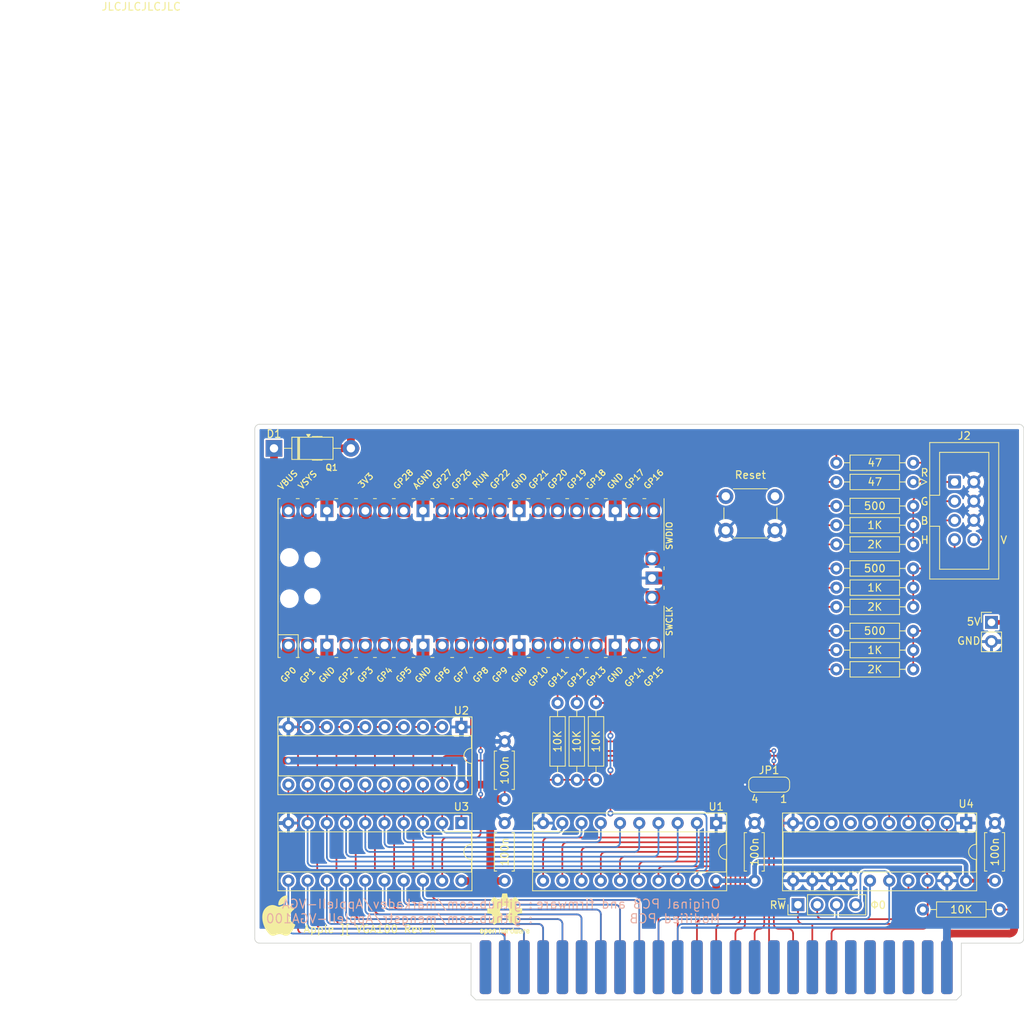
<source format=kicad_pcb>
(kicad_pcb (version 20240108) (generator "pcbnew") (generator_version "8.0")
  (title_block (title "Apple II VGA Card (100mm)") (date "2023-09-09") (rev "B") (comment 1 "Licensed under CERN-OHL-P V2.0 (https://ohwr.org/cern_ohl_p_v2.txt)") (comment 2 "Copyright (c) 2021-2023 Mark Aikens") (comment 3 "Remade by Mats Engstrom (2024)"))
  (layers (0 "F.Cu" signal) (31 "B.Cu" signal) (35 "F.Paste" user) (36 "B.SilkS" user "B.Silkscreen") (37 "F.SilkS" user "F.Silkscreen") (38 "B.Mask" user) (39 "F.Mask" user) (44 "Edge.Cuts" user))
  (net 0 "")
  (net 1 "+5V")
  (net 2 "GND")
  (net 3 "+3.3V")
  (net 4 "~{DMAPASS}")
  (net 5 "~{INTPASS}")
  (net 6 "/DA0")
  (net 7 "/DA1")
  (net 8 "/DA2")
  (net 9 "/DA3")
  (net 10 "/DA4")
  (net 11 "/DA5")
  (net 12 "/DA6")
  (net 13 "/DA7")
  (net 14 "/VSYS")
  (net 16 "SYNC")
  (net 21 "PHI0")
  (net 22 "R~{W}")
  (net 23 "VGA_VSYNC")
  (net 24 "VGA_HSYNC")
  (net 25 "VGA_B")
  (net 26 "VGA_G")
  (net 27 "VGA_R")
  (net 38 "RUN")
  (net 40 "~{DEVSEL}")
  (net 41 "Net-(U6-GPIO22)")
  (net 42 "Net-(U6-GPIO21)")
  (net 43 "Net-(U6-GPIO20)")
  (net 44 "Net-(U6-GPIO19)")
  (net 45 "Net-(U6-GPIO18)")
  (net 46 "Net-(U6-GPIO17)")
  (net 47 "Net-(U6-GPIO16)")
  (net 48 "Net-(U6-GPIO15)")
  (net 49 "Net-(U6-GPIO14)")
  (net 50 "Net-(U6-GPIO28_ADC2)")
  (net 51 "Net-(U6-GPIO27_ADC1)")
  (net 52 "Net-(U1-CE)")
  (net 53 "Net-(U2-CE)")
  (net 54 "Net-(U3-CE)")
  (net 55 "Net-(JP1-Pin_2)")
  (net 58 "PHI0_3.3")
  (net 61 "/VBUS")
  (net 66 "/A8")
  (net 67 "/A9")
  (net 68 "/A10")
  (net 69 "/A11")
  (net 70 "/A12")
  (net 71 "/A13")
  (net 72 "/A14")
  (net 73 "/A15")
  (net 74 "/A0")
  (net 75 "/A1")
  (net 76 "/A2")
  (net 77 "/A3")
  (net 78 "/A4")
  (net 79 "/A5")
  (net 80 "/A6")
  (net 81 "/A7")
  (net 82 "/D0")
  (net 83 "/D1")
  (net 84 "/D2")
  (net 85 "/D3")
  (net 86 "/D4")
  (net 87 "/D5")
  (net 88 "/D6")
  (net 89 "/D7")
  (net 90 "Net-(JP1-Pin_3)")
  (net 91 "Net-(JP1-Pin_1)")
  (net 96 "Net-(U4-A1)")
  (net 97 "Net-(U4-A3)")
  (footprint "AppleVGA:AppleIIBus_Edge" (layer "F.Cu") (at 152.4 136.525)
    (property "Reference" "J1" (hide yes))
    (property "Value" "AppleIIBus" (hide yes))
    (fp_line (start -32.385 3.683) (end -32.385 -3.175) (stroke (width 0.1)) (layer "Edge.Cuts"))
    (fp_line (start -31.75 4.318) (end -32.385 3.683) (stroke (width 0.1)) (layer "Edge.Cuts"))
    (fp_line (start 31.75 4.318) (end -31.75 4.318) (stroke (width 0.1)) (layer "Edge.Cuts"))
    (fp_line (start 31.75 4.318) (end 32.385 3.683) (stroke (width 0.1)) (layer "Edge.Cuts"))
    (fp_line (start 32.385 -3.175) (end 32.385 3.683) (stroke (width 0.1)) (layer "Edge.Cuts"))
  )
  (footprint "AppleVGA:R_Axial_DIN0207_L6.3mm_D2.5mm_P10.16mm_Thin_Horizontal" (layer "F.Cu") (at 168.275 80.645)
    (property "Reference" "R6" (hide yes))
    (property "Value" "2K")
  )
  (footprint "AppleVGA:R_Axial_DIN0207_L6.3mm_D2.5mm_P10.16mm_Thin_Horizontal" (layer "F.Cu") (at 168.275 83.82)
    (property "Reference" "R7" (hide yes))
    (property "Value" "500")
  )
  (footprint "AppleVGA:R_Axial_DIN0207_L6.3mm_D2.5mm_P10.16mm_Thin_Horizontal" (layer "F.Cu") (at 168.275 72.39)
    (property "Reference" "R14" (hide yes))
    (property "Value" "47")
  )
  (footprint "AppleVGA:R_Axial_DIN0207_L6.3mm_D2.5mm_P10.16mm_Thin_Horizontal" (layer "F.Cu") (at 168.275 69.85)
    (property "Reference" "R13" (hide yes))
    (property "Value" "47")
  )
  (footprint "AppleVGA:R_Axial_DIN0207_L6.3mm_D2.5mm_P10.16mm_Thin_Horizontal" (layer "F.Cu") (at 168.275 94.615)
    (property "Reference" "R11" (hide yes))
    (property "Value" "1K")
  )
  (footprint "AppleVGA:R_Axial_DIN0207_L6.3mm_D2.5mm_P10.16mm_Thin_Horizontal" (layer "F.Cu") (at 168.275 97.155)
    (property "Reference" "R12" (hide yes))
    (property "Value" "2K")
  )
  (footprint "AppleVGA:R_Axial_DIN0207_L6.3mm_D2.5mm_P10.16mm_Thin_Horizontal" (layer "F.Cu") (at 168.275 92.075)
    (property "Reference" "R10" (hide yes))
    (property "Value" "500")
  )
  (footprint "AppleVGA:R_Axial_DIN0207_L6.3mm_D2.5mm_P10.16mm_Thin_Horizontal" (layer "F.Cu") (at 168.275 86.36)
    (property "Reference" "R8" (hide yes))
    (property "Value" "1K")
  )
  (footprint "AppleVGA:R_Axial_DIN0207_L6.3mm_D2.5mm_P10.16mm_Thin_Horizontal" (layer "F.Cu") (at 168.275 88.9)
    (property "Reference" "R9" (hide yes))
    (property "Value" "2K")
  )
  (footprint "MCU_RaspberryPi_and_Boards:RPi_Pico_SMD_TH" (layer "F.Cu") (at 120.015 85.09 90)
    (property "Reference" "U6" (hide yes))
    (property "Value" "Pico" (hide yes))
  )
  (footprint "Diode_THT:D_DO-41_SOD81_P10.16mm_Horizontal" (layer "F.Cu") (at 93.98 67.945)
    (property "Reference" "D1")
    (property "Value" "1N5817" (hide yes))
  )
  (footprint "Button_Switch_THT:SW_PUSH_6mm_H5mm" (layer "F.Cu") (at 153.67 74.295)
    (property "Reference" "SW1" (hide yes))
    (property "Value" "Reset")
  )
  (footprint "Package_DIP:DIP-20_W7.62mm_Socket" (layer "F.Cu") (at 152.395 117.475 -90)
    (property "Reference" "U1")
    (property "Value" "74LVC245" (hide yes))
  )
  (footprint "Package_DIP:DIP-20_W7.62mm_Socket" (layer "F.Cu") (at 118.745 117.475 -90)
    (property "Reference" "U3")
    (property "Value" "74LVC245" (hide yes))
  )
  (footprint "Package_DIP:DIP-20_W7.62mm_Socket" (layer "F.Cu") (at 118.744999 104.775 -90)
    (property "Reference" "U2")
    (property "Value" "74LVC245" (hide yes))
  )
  (footprint "Package_DIP:DIP-20_W7.62mm_Socket" (layer "F.Cu") (at 185.42 117.475 -90)
    (property "Reference" "U4")
    (property "Value" "74LVC245" (hide yes))
  )
  (footprint "AppleVGA:C_Disc_D4.7mm_W2.5mm_P7.62mm" (layer "F.Cu") (at 124.46 110.49 90)
    (property "Reference" "C1" (hide yes))
    (property "Value" "0.1μ")
  )
  (footprint "Connector_IDC:IDC-Header_2x04_P2.54mm_Vertical" (layer "F.Cu") (at 183.896 72.39)
    (property "Reference" "J2")
    (property "Value" "VGA")
  )
  (footprint "AppleVGA:R_Axial_DIN0207_L6.3mm_D2.5mm_P10.16mm_Thin_Horizontal" (layer "F.Cu") (at 168.275 78.105)
    (property "Reference" "R5" (hide yes))
    (property "Value" "1K")
  )
  (footprint "AppleVGA:R_Axial_DIN0207_L6.3mm_D2.5mm_P10.16mm_Thin_Horizontal" (layer "F.Cu") (at 168.275 75.565)
    (property "Reference" "R4" (hide yes))
    (property "Value" "500")
  )
  (footprint "AppleVGA:R_Axial_DIN0207_L6.3mm_D2.5mm_P10.16mm_Thin_Horizontal" (layer "F.Cu") (at 136.525 111.76 90)
    (property "Reference" "R1" (hide yes))
    (property "Value" "10K")
  )
  (footprint "AppleVGA:SolderJumper-4_P1.3mm_Bridged12_34_RoundedPad1.0x1.5mm_NumberLabels" (layer "F.Cu") (at 160.05 112.395 180)
    (property "Reference" "JP1")
    (property "Value" "JumperPads" (hide yes))
  )
  (footprint "AppleVGA:R_Axial_DIN0207_L6.3mm_D2.5mm_P10.16mm_Thin_Horizontal" (layer "F.Cu") (at 189.865 128.905 180)
    (property "Reference" "R15" (hide yes))
    (property "Value" "10K")
  )
  (footprint "AppleVGA:C_Disc_D4.7mm_W2.5mm_P7.62mm" (layer "F.Cu") (at 124.46 121.285 90)
    (property "Reference" "C3" (hide yes))
    (property "Value" "0.1μ")
  )
  (footprint "Connector_PinHeader_2.54mm:PinHeader_1x02_P2.54mm_Vertical" (layer "F.Cu") (at 188.77 90.95)
    (property "Reference" "TP1" (hide yes))
    (property "Value" "PowerTestPoints" (hide yes))
  )
  (footprint "AppleVGA:C_Disc_D4.7mm_W2.5mm_P7.62mm" (layer "F.Cu") (at 157.48 121.285 90)
    (property "Reference" "C2" (hide yes))
    (property "Value" "0.1μ")
  )
  (footprint "Package_TO_SOT_SMD:SOT-23" (layer "F.Cu") (at 99.695 67.945)
    (property "Reference" "Q1")
    (property "Value" "DMG2305UX-7" (hide yes))
  )
  (footprint "AppleVGA:AppleLogo_5mm" (layer "F.Cu") (at 94.663318 125.692326)
    (property "Reference" "LOGO1" (hide yes))
    (property "Value" "AppleLogo_5mm" (hide yes))
  )
  (footprint "Connector_PinHeader_2.54mm:PinHeader_1x04_P2.54mm_Vertical" (layer "F.Cu") (at 163.205 128.27 90)
    (property "Reference" "TP2" (hide yes))
    (property "Value" "SignalTestPoints" (hide yes))
  )
  (footprint "AppleVGA:R_Axial_DIN0207_L6.3mm_D2.5mm_P10.16mm_Thin_Horizontal" (layer "F.Cu") (at 131.445 111.76 90)
    (property "Reference" "R3" (hide yes))
    (property "Value" "10K")
  )
  (footprint "AppleVGA:C_Disc_D4.7mm_W2.5mm_P7.62mm" (layer "F.Cu") (at 189.23 121.285 90)
    (property "Reference" "C4" (hide yes))
    (property "Value" "0.1μ")
  )
  (footprint "Symbol:OSHW-Logo2_7.3x6mm_SilkScreen" (layer "F.Cu") (at 124.46 129.54)
    (property "Reference" "REF**" (hide yes))
    (property "Value" "OSHW-Logo2_7.3x6mm_SilkScreen" (hide yes))
  )
  (footprint "AppleVGA:R_Axial_DIN0207_L6.3mm_D2.5mm_P10.16mm_Thin_Horizontal" (layer "F.Cu") (at 133.985 111.76 90)
    (property "Reference" "R2" (hide yes))
    (property "Value" "10K")
  )
  (gr_line (start 92.075 133.35) (end 120.015 133.35) (stroke (width 0.1)) (layer "Edge.Cuts"))
  (gr_line (start 184.785 133.35) (end 192.405 133.35) (stroke (width 0.1)) (layer "Edge.Cuts"))
  (gr_arc (start 193.04 132.715) (mid 192.854013 133.164013) (end 192.405 133.35) (stroke (width 0.1)) (layer "Edge.Cuts"))
  (gr_line (start 91.44 132.715) (end 91.44 65.405) (stroke (width 0.1)) (layer "Edge.Cuts"))
  (gr_arc (start 91.44 65.405) (mid 91.625987 64.955987) (end 92.075 64.77) (stroke (width 0.1)) (layer "Edge.Cuts"))
  (gr_line (start 192.405 64.77) (end 92.075 64.77) (stroke (width 0.1)) (layer "Edge.Cuts"))
  (gr_arc (start 192.405 64.77) (mid 192.854013 64.955987) (end 193.04 65.405) (stroke (width 0.1)) (layer "Edge.Cuts"))
  (gr_line (start 193.04 65.405) (end 193.04 132.715) (stroke (width 0.1)) (layer "Edge.Cuts"))
  (gr_arc (start 92.075 133.35) (mid 91.625987 133.164013) (end 91.44 132.715) (stroke (width 0.1)) (layer "Edge.Cuts"))
  (gr_text "Original PCB and firmware\nModified PCB" (at 153.035 130.81 0) (layer "B.SilkS") (effects (font (size 1.2 1.2)) (justify left bottom mirror)))
  (gr_text ": github.com/markadev/AppleII-VGA\n: github.com/mengstr/AppleII-VGA100" (at 128.27 130.81 0) (layer "B.SilkS") (effects (font (size 1.2 1.2)) (justify left bottom mirror)))
  (gr_text "GND" (at 184.15 93.98 0) (layer "F.SilkS") (effects (font (size 1 1)) (justify left bottom)))
  (gr_text "R" (at 179.324 71.755 0) (layer "F.SilkS") (effects (font (size 1 1)) (justify left bottom)))
  (gr_text "100n" (at 124.46 121.285 90) (layer "F.SilkS") (effects (font (size 1 1))))
  (gr_text "Apple ][ VGA100 Rev A" (at 97.79 132.08 0) (layer "F.SilkS") (effects (font (size 1 1)) (justify left bottom)))
  (gr_text "100n" (at 124.46 110.49 90) (layer "F.SilkS") (effects (font (size 1 1))))
  (gr_text "V" (at 189.865 80.645 0) (layer "F.SilkS") (effects (font (size 1 1)) (justify left bottom)))
  (gr_text "JLCJLCJLCJLC" (at 71.12 10.16 0) (layer "F.SilkS") (effects (font (size 1.016 1.016) (thickness 0.1524)) (justify left bottom)))
  (gr_text "H" (at 179.324 80.645 0) (layer "F.SilkS") (effects (font (size 1 1)) (justify left bottom)))
  (gr_text "G" (at 179.324 75.565 0) (layer "F.SilkS") (effects (font (size 1 1)) (justify left bottom)))
  (gr_text "5V" (at 185.42 91.44 0) (layer "F.SilkS") (effects (font (size 1 1)) (justify left bottom)))
  (gr_text "R~{W}" (at 159.385 128.905 0) (layer "F.SilkS") (effects (font (size 1 1)) (justify left bottom)))
  (gr_text "B" (at 179.324 78.105 0) (layer "F.SilkS") (effects (font (size 1 1)) (justify left bottom)))
  (gr_text "Φ0" (at 172.72 128.905 0) (layer "F.SilkS") (effects (font (size 1 1)) (justify left bottom)))
  (gr_text "100n" (at 157.48 121.285 90) (layer "F.SilkS") (effects (font (size 1 1))))
  (gr_text "100n" (at 189.23 121.285 90) (layer "F.SilkS") (effects (font (size 1 1))))
  (segment (start 191.77 90.805) (end 191.77 66.675) (width 1.016) (layer "F.Cu") (net 1))
  (segment (start 104.14 66.675) (end 104.14 67.945) (width 1.016) (layer "F.Cu") (net 1))
  (segment (start 191.77 131.445) (end 191.77 128.905) (width 1.016) (layer "F.Cu") (net 1))
  (segment (start 191.625 90.95) (end 188.77 90.95) (width 0.6096) (layer "F.Cu") (net 1))
  (segment (start 183.515 132.08) (end 191.135 132.08) (width 1.016) (layer "F.Cu") (net 1))
  (segment (start 191.135 66.04) (end 104.775 66.04) (width 1.016) (layer "F.Cu") (net 1))
  (segment (start 104.775 67.945) (end 100.6325 67.945) (width 1.016) (layer "F.Cu") (net 1))
  (segment (start 191.77 90.805) (end 191.625 90.95) (width 0.6096) (layer "F.Cu") (net 1))
  (segment (start 182.88 136.525) (end 182.88 132.715) (width 1.016) (layer "F.Cu") (net 1))
  (segment (start 191.77 128.905) (end 191.77 90.805) (width 1.016) (layer "F.Cu") (net 1))
  (segment (start 189.865 128.905) (end 191.77 128.905) (width 0.2286) (layer "F.Cu") (net 1))
  (arc (start 183.515 132.08) (mid 183.065987 132.265987) (end 182.88 132.715) (width 1.016) (layer "F.Cu") (net 1))
  (arc (start 104.775 66.04) (mid 104.325987 66.225987) (end 104.14 66.675) (width 1.016) (layer "F.Cu") (net 1))
  (arc (start 191.135 132.08) (mid 191.584013 131.894013) (end 191.77 131.445) (width 1.016) (layer "F.Cu") (net 1))
  (arc (start 191.135 66.04) (mid 191.584013 66.225987) (end 191.77 66.675) (width 1.016) (layer "F.Cu") (net 1))
  (segment (start 157.45 112.395) (end 156.21 112.395) (width 0.2286) (layer "F.Cu") (net 2))
  (via (at 156.21 112.395) (size 0.65) (drill 0.3) (layers "F.Cu" "B.Cu") (net 2))
  (segment (start 183.515 130.81) (end 191.135 130.81) (width 1.016) (layer "B.Cu") (net 2))
  (segment (start 191.77 93.345) (end 191.77 66.04) (width 1.016) (layer "B.Cu") (net 2))
  (segment (start 191.625 93.49) (end 191.77 93.345) (width 0.6096) (layer "B.Cu") (net 2))
  (segment (start 118.744999 106.679999) (end 118.745 106.68) (width 0.6096) (layer "B.Cu") (net 2))
  (segment (start 188.77 93.49) (end 191.625 93.49) (width 0.6096) (layer "B.Cu") (net 2))
  (segment (start 124.46 106.085) (end 124.050987 106.494013) (width 0.508) (layer "B.Cu") (net 2))
  (segment (start 93.98 107.315) (end 93.98 116.84) (width 0.508) (layer "B.Cu") (net 2))
  (segment (start 123.601974 106.68) (end 118.745 106.68) (width 0.6096) (layer "B.Cu") (net 2))
  (segment (start 95.884999 106.679999) (end 95.885 106.68) (width 0.508) (layer "B.Cu") (net 2))
  (segment (start 95.885 106.68) (end 94.615 106.68) (width 0.508) (layer "B.Cu") (net 2))
  (segment (start 191.77 130.175) (end 191.77 93.345) (width 1.016) (layer "B.Cu") (net 2))
  (segment (start 118.745 106.68) (end 95.885 106.68) (width 0.6096) (layer "B.Cu") (net 2))
  (segment (start 95.885 104.775001) (end 95.884999 104.775) (width 0.508) (layer "B.Cu") (net 2))
  (segment (start 182.88 136.525) (end 182.88 131.445) (width 1.016) (layer "B.Cu") (net 2))
  (segment (start 118.744999 104.775) (end 118.744999 106.679999) (width 0.6096) (layer "B.Cu") (net 2))
  (segment (start 95.884999 104.775) (end 95.884999 106.679999) (width 0.508) (layer "B.Cu") (net 2))
  (segment (start 94.615 117.475) (end 95.885 117.475) (width 0.508) (layer "B.Cu") (net 2))
  (arc (start 123.601974 106.68) (mid 123.844978 106.631664) (end 124.050987 106.494013) (width 0.6096) (layer "B.Cu") (net 2))
  (arc (start 191.135 130.81) (mid 191.584013 130.624013) (end 191.77 130.175) (width 1.016) (layer "B.Cu") (net 2))
  (arc (start 94.615 106.68) (mid 94.165987 106.865987) (end 93.98 107.315) (width 0.508) (layer "B.Cu") (net 2))
  (arc (start 94.615 117.475) (mid 94.165987 117.289013) (end 93.98 116.84) (width 0.508) (layer "B.Cu") (net 2))
  (arc (start 182.88 131.445) (mid 183.065987 130.995987) (end 183.515 130.81) (width 1.016) (layer "B.Cu") (net 2))
  (segment (start 118.745 125.095) (end 118.785 125.135) (width 0.508) (layer "F.Cu") (net 3))
  (segment (start 185.42 125.095) (end 189.23 125.095) (width 0.508) (layer "F.Cu") (net 3))
  (segment (start 122.555 114.3) (end 122.555 126.0475) (width 1.016) (layer "F.Cu") (net 3))
  (segment (start 122.555 114.3) (end 122.555 113.03) (width 1.016) (layer "F.Cu") (net 3))
  (segment (start 118.744999 112.395) (end 121.92 112.395) (width 1.016) (layer "F.Cu") (net 3))
  (segment (start 118.785 125.135) (end 124.46 125.135) (width 1.016) (layer "F.Cu") (net 3))
  (segment (start 123.19 126.6825) (end 152.4 126.6825) (width 1.016) (layer "F.Cu") (net 3))
  (segment (start 152.395 126.6775) (end 152.395 125.095) (width 1.016) (layer "F.Cu") (net 3))
  (segment (start 106.045 76.2) (end 106.045 79.375) (width 1.016) (layer "F.Cu") (net 3))
  (segment (start 152.4 126.6825) (end 152.395 126.6775) (width 1.016) (layer "F.Cu") (net 3))
  (segment (start 136.525 111.76) (end 125.095 111.76) (width 0.2286) (layer "F.Cu") (net 3))
  (segment (start 93.345 80.645) (end 93.345 108.585) (width 1.016) (layer "F.Cu") (net 3))
  (segment (start 124.46 112.395) (end 124.46 114.3) (width 0.2286) (layer "F.Cu") (net 3))
  (segment (start 93.98 109.22) (end 95.885 109.22) (width 1.016) (layer "F.Cu") (net 3))
  (segment (start 152.395 125.095) (end 152.4 125.1) (width 0.508) (layer "F.Cu") (net 3))
  (segment (start 105.41 80.01) (end 93.98 80.01) (width 1.016) (layer "F.Cu") (net 3))
  (segment (start 122.555 114.3) (end 124.46 114.3) (width 1.016) (layer "F.Cu") (net 3))
  (via (at 95.885 109.22) (size 1) (drill 0.6) (layers "F.Cu" "B.Cu") (net 3))
  (arc (start 125.095 111.76) (mid 124.645987 111.945987) (end 124.46 112.395) (width 0.2286) (layer "F.Cu") (net 3))
  (arc (start 93.345 80.645) (mid 93.530987 80.195987) (end 93.98 80.01) (width 1.016) (layer "F.Cu") (net 3))
  (arc (start 122.555 126.0475) (mid 122.740987 126.496513) (end 123.19 126.6825) (width 1.016) (layer "F.Cu") (net 3))
  (arc (start 106.045 79.375) (mid 105.859013 79.824013) (end 105.41 80.01) (width 1.016) (layer "F.Cu") (net 3))
  (arc (start 121.92 112.395) (mid 122.369013 112.580987) (end 122.555 113.03) (width 1.016) (layer "F.Cu") (net 3))
  (arc (start 93.345 108.585) (mid 93.530987 109.034013) (end 93.98 109.22) (width 1.016) (layer "F.Cu") (net 3))
  (segment (start 158.115 122.555) (end 184.785 122.555) (width 0.6096) (layer "B.Cu") (net 3))
  (segment (start 118.744999 109.220001) (end 118.744999 112.395) (width 1.016) (layer "B.Cu") (net 3))
  (segment (start 157.48 125.095) (end 152.395 125.095) (width 0.6096) (layer "B.Cu") (net 3))
  (segment (start 157.48 125.095) (end 157.48 123.19) (width 0.6096) (layer "B.Cu") (net 3))
  (segment (start 118.745 109.22) (end 118.744999 109.220001) (width 0.508) (layer "B.Cu") (net 3))
  (segment (start 95.885 109.22) (end 118.745 109.22) (width 1.016) (layer "B.Cu") (net 3))
  (segment (start 185.42 123.19) (end 185.42 125.095) (width 0.6096) (layer "B.Cu") (net 3))
  (arc (start 158.115 122.555) (mid 157.665987 122.740987) (end 157.48 123.19) (width 0.6096) (layer "B.Cu") (net 3))
  (arc (start 184.785 122.555) (mid 185.234013 122.740987) (end 185.42 123.19) (width 0.6096) (layer "B.Cu") (net 3))
  (segment (start 97.155 104.775) (end 97.155 100.33) (width 0.2286) (layer "F.Cu") (net 6))
  (segment (start 95.885 99.06) (end 95.885 93.98) (width 0.2286) (layer "F.Cu") (net 6))
  (segment (start 97.155 114.036974) (end 97.155 104.775) (width 0.2286) (layer "F.Cu") (net 6))
  (segment (start 98.425 117.475) (end 98.425 115.833026) (width 0.2286) (layer "F.Cu") (net 6))
  (segment (start 98.239013 115.384013) (end 97.340987 114.485987) (width 0.2286) (layer "F.Cu") (net 6))
  (segment (start 98.424999 104.775) (end 97.155 104.775) (width 0.2286) (layer "F.Cu") (net 6))
  (arc (start 97.155 100.33) (mid 96.969013 99.880987) (end 96.52 99.695) (width 0.2286) (layer "F.Cu") (net 6))
  (arc (start 97.155 114.036974) (mid 97.203336 114.279978) (end 97.340987 114.485987) (width 0.2286) (layer "F.Cu") (net 6))
  (arc (start 95.885 99.06) (mid 96.070987 99.509013) (end 96.52 99.695) (width 0.2286) (layer "F.Cu") (net 6))
  (arc (start 98.425 115.833026) (mid 98.376664 115.590022) (end 98.239013 115.384013) (width 0.2286) (layer "F.Cu") (net 6))
  (segment (start 99.06 123.19) (end 149.22 123.19) (width 0.2286) (layer "B.Cu") (net 6))
  (segment (start 149.855 122.555) (end 149.855 117.475) (width 0.2286) (layer "B.Cu") (net 6))
  (segment (start 98.425 117.475) (end 98.425 122.555) (width 0.2286) (layer "B.Cu") (net 6))
  (arc (start 98.425 122.555) (mid 98.610987 123.004013) (end 99.06 123.19) (width 0.2286) (layer "B.Cu") (net 6))
  (arc (start 149.855 122.555) (mid 149.669013 123.004013) (end 149.22 123.19) (width 0.2286) (layer "B.Cu") (net 6))
  (segment (start 99.695 114.036974) (end 99.695 107.315001) (width 0.2286) (layer "F.Cu") (net 7))
  (segment (start 100.964999 104.775) (end 99.695 104.775) (width 0.2286) (layer "F.Cu") (net 7))
  (segment (start 100.965 117.475) (end 100.965 115.833026) (width 0.2286) (layer "F.Cu") (net 7))
  (segment (start 99.695 104.775) (end 99.695 100.33) (width 0.2286) (layer "F.Cu") (net 7))
  (segment (start 99.695 107.314999) (end 99.695 104.775) (width 0.2286) (layer "F.Cu") (net 7))
  (segment (start 99.695001 107.315) (end 99.695 107.314999) (width 0.2286) (layer "F.Cu") (net 7))
  (segment (start 100.779013 115.384013) (end 99.880987 114.485987) (width 0.2286) (layer "F.Cu") (net 7))
  (segment (start 98.425 99.06) (end 98.425 93.98) (width 0.2286) (layer "F.Cu") (net 7))
  (segment (start 99.695 107.315001) (end 99.695001 107.315) (width 0.2286) (layer "F.Cu") (net 7))
  (arc (start 99.695 100.33) (mid 99.509013 99.880987) (end 99.06 99.695) (width 0.2286) (layer "F.Cu") (net 7))
  (arc (start 100.965 115.833026) (mid 100.916664 115.590022) (end 100.779013 115.384013) (width 0.2286) (layer "F.Cu") (net 7))
  (arc (start 98.425 99.06) (mid 98.610987 99.509013) (end 99.06 99.695) (width 0.2286) (layer "F.Cu") (net 7))
  (arc (start 99.695 114.036974) (mid 99.743336 114.279978) (end 99.880987 114.485987) (width 0.2286) (layer "F.Cu") (net 7))
  (segment (start 147.315 121.92) (end 147.315 117.475) (width 0.2286) (layer "B.Cu") (net 7))
  (segment (start 100.965 117.475) (end 100.965 121.92) (width 0.2286) (layer "B.Cu") (net 7))
  (segment (start 101.6 122.555) (end 146.68 122.555) (width 0.2286) (layer "B.Cu") (net 7))
  (arc (start 147.315 121.92) (mid 147.129013 122.369013) (end 146.68 122.555) (width 0.2286) (layer "B.Cu") (net 7))
  (arc (start 100.965 121.92) (mid 101.150987 122.369013) (end 101.6 122.555) (width 0.2286) (layer "B.Cu") (net 7))
  (segment (start 102.235 107.315) (end 102.235 104.775) (width 0.2286) (layer "F.Cu") (net 8))
  (segment (start 102.235 107.315001) (end 102.235001 107.315) (width 0.2286) (layer "F.Cu") (net 8))
  (segment (start 103.504999 93.980001) (end 103.505 93.98) (width 0.2286) (layer "F.Cu") (net 8))
  (segment (start 102.235 104.775) (end 102.235 100.33) (width 0.2286) (layer "F.Cu") (net 8))
  (segment (start 103.505 99.06) (end 103.505 93.98) (width 0.2286) (layer "F.Cu") (net 8))
  (segment (start 102.235 107.315) (end 102.235 107.315001) (width 0.2286) (layer "F.Cu") (net 8))
  (segment (start 102.235 114.036974) (end 102.235 107.315) (width 0.2286) (layer "F.Cu") (net 8))
  (segment (start 103.504999 104.775) (end 102.235 104.775) (width 0.2286) (layer "F.Cu") (net 8))
  (segment (start 103.319013 115.384013) (end 102.420987 114.485987) (width 0.2286) (layer "F.Cu") (net 8))
  (segment (start 103.505 117.475) (end 103.505 115.833026) (width 0.2286) (layer "F.Cu") (net 8))
  (arc (start 102.235 100.33) (mid 102.420987 99.880987) (end 102.87 99.695) (width 0.2286) (layer "F.Cu") (net 8))
  (arc (start 103.505 99.06) (mid 103.319013 99.509013) (end 102.87 99.695) (width 0.2286) (layer "F.Cu") (net 8))
  (arc (start 102.420987 114.485987) (mid 102.283336 114.279978) (end 102.235 114.036974) (width 0.2286) (layer "F.Cu") (net 8))
  (arc (start 103.505 115.833026) (mid 103.456664 115.590022) (end 103.319013 115.384013) (width 0.2286) (layer "F.Cu") (net 8))
  (segment (start 103.505 117.475) (end 103.505 121.285) (width 0.2286) (layer "B.Cu") (net 8))
  (segment (start 144.775 121.285) (end 144.775 117.475) (width 0.2286) (layer "B.Cu") (net 8))
  (segment (start 104.14 121.92) (end 144.14 121.92) (width 0.2286) (layer "B.Cu") (net 8))
  (arc (start 103.505 121.285) (mid 103.690987 121.734013) (end 104.14 121.92) (width 0.2286) (layer "B.Cu") (net 8))
  (arc (start 144.775 121.285) (mid 144.589013 121.734013) (end 144.14 121.92) (width 0.2286) (layer "B.Cu") (net 8))
  (segment (start 104.775 114.036974) (end 104.775 107.315) (width 0.2286) (layer "F.Cu") (net 9))
  (segment (start 104.775 107.315001) (end 104.775001 107.315) (width 0.2286) (layer "F.Cu") (net 9))
  (segment (start 106.045 99.06) (end 106.045 93.98) (width 0.2286) (layer "F.Cu") (net 9))
  (segment (start 104.775 107.315) (end 104.775 104.775) (width 0.2286) (layer "F.Cu") (net 9))
  (segment (start 106.045 104.775) (end 104.775 104.775) (width 0.2286) (layer "F.Cu") (net 9))
  (segment (start 104.775 107.315) (end 104.775 107.315001) (width 0.2286) (layer "F.Cu") (net 9))
  (segment (start 105.859013 115.384013) (end 104.960987 114.485987) (width 0.2286) (layer "F.Cu") (net 9))
  (segment (start 104.775 104.775) (end 104.775 100.33) (width 0.2286) (layer "F.Cu") (net 9))
  (segment (start 106.045 117.475) (end 106.045 115.833026) (width 0.2286) (layer "F.Cu") (net 9))
  (arc (start 105.859013 115.384013) (mid 105.996664 115.590022) (end 106.045 115.833026) (width 0.2286) (layer "F.Cu") (net 9))
  (arc (start 104.775 100.33) (mid 104.960987 99.880987) (end 105.41 99.695) (width 0.2286) (layer "F.Cu") (net 9))
  (arc (start 104.960987 114.485987) (mid 104.823336 114.279978) (end 104.775 114.036974) (width 0.2286) (layer "F.Cu") (net 9))
  (arc (start 106.045 99.06) (mid 105.859013 99.509013) (end 105.41 99.695) (width 0.2286) (layer "F.Cu") (net 9))
  (segment (start 106.045001 117.475) (end 106.045001 120.014999) (width 0.2286) (layer "B.Cu") (net 9))
  (segment (start 106.045001 120.014999) (end 106.045 120.015) (width 0.2286) (layer "B.Cu") (net 9))
  (segment (start 142.235 120.65) (end 142.235 117.475) (width 0.2286) (layer "B.Cu") (net 9))
  (segment (start 106.045 120.015) (end 106.045 120.65) (width 0.2286) (layer "B.Cu") (net 9))
  (segment (start 106.68 121.285) (end 141.6 121.285) (width 0.2286) (layer "B.Cu") (net 9))
  (arc (start 106.045 120.65) (mid 106.230987 121.099013) (end 106.68 121.285) (width 0.2286) (layer "B.Cu") (net 9))
  (arc (start 142.235 120.65) (mid 142.049013 121.099013) (end 141.6 121.285) (width 0.2286) (layer "B.Cu") (net 9))
  (segment (start 108.584999 93.980001) (end 108.585 93.98) (width 0.2286) (layer "F.Cu") (net 10))
  (segment (start 107.315 114.036974) (end 107.315 104.775) (width 0.2286) (layer "F.Cu") (net 10))
  (segment (start 108.584999 104.775) (end 107.315 104.775) (width 0.2286) (layer "F.Cu") (net 10))
  (segment (start 108.585 99.06) (end 108.585 93.98) (width 0.2286) (layer "F.Cu") (net 10))
  (segment (start 107.315 104.775) (end 107.315 100.33) (width 0.2286) (layer "F.Cu") (net 10))
  (segment (start 108.399013 115.384013) (end 107.500987 114.485987) (width 0.2286) (layer "F.Cu") (net 10))
  (segment (start 108.585 117.475) (end 108.585 115.833026) (width 0.2286) (layer "F.Cu") (net 10))
  (arc (start 108.585 99.06) (mid 108.399013 99.509013) (end 107.95 99.695) (width 0.2286) (layer "F.Cu") (net 10))
  (arc (start 107.500987 114.485987) (mid 107.363336 114.279978) (end 107.315 114.036974) (width 0.2286) (layer "F.Cu") (net 10))
  (arc (start 107.315 100.33) (mid 107.500987 99.880987) (end 107.95 99.695) (width 0.2286) (layer "F.Cu") (net 10))
  (arc (start 108.399013 115.384013) (mid 108.536664 115.590022) (end 108.585 115.833026) (width 0.2286) (layer "F.Cu") (net 10))
  (segment (start 108.585 117.475) (end 108.585 120.015) (width 0.2286) (layer "B.Cu") (net 10))
  (segment (start 109.22 120.65) (end 139.060001 120.65) (width 0.2286) (layer "B.Cu") (net 10))
  (segment (start 139.695001 120.015) (end 139.695001 117.475) (width 0.2286) (layer "B.Cu") (net 10))
  (arc (start 108.585 120.015) (mid 108.770987 120.464013) (end 109.22 120.65) (width 0.2286) (layer "B.Cu") (net 10))
  (arc (start 139.060001 120.65) (mid 139.509014 120.464013) (end 139.695001 120.015) (width 0.2286) (layer "B.Cu") (net 10))
  (segment (start 111.124999 104.775) (end 109.855 104.775) (width 0.2286) (layer "F.Cu") (net 11))
  (segment (start 111.125 117.475) (end 111.125 115.833026) (width 0.2286) (layer "F.Cu") (net 11))
  (segment (start 111.124999 93.980001) (end 111.125 93.98) (width 0.2286) (layer "F.Cu") (net 11))
  (segment (start 111.125 99.06) (end 111.125 93.98) (width 0.2286) (layer "F.Cu") (net 11))
  (segment (start 110.939013 115.384013) (end 110.040987 114.485987) (width 0.2286) (layer "F.Cu") (net 11))
  (segment (start 109.855 114.036974) (end 109.855 104.775) (width 0.2286) (layer "F.Cu") (net 11))
  (segment (start 109.855 104.775) (end 109.855 100.33) (width 0.2286) (layer "F.Cu") (net 11))
  (arc (start 111.125 99.06) (mid 110.939013 99.509013) (end 110.49 99.695) (width 0.2286) (layer "F.Cu") (net 11))
  (arc (start 109.855 100.33) (mid 110.040987 99.880987) (end 110.49 99.695) (width 0.2286) (layer "F.Cu") (net 11))
  (arc (start 111.125 115.833026) (mid 111.076664 115.590022) (end 110.939013 115.384013) (width 0.2286) (layer "F.Cu") (net 11))
  (arc (start 109.855 114.036974) (mid 109.903336 114.279978) (end 110.040987 114.485987) (width 0.2286) (layer "F.Cu") (net 11))
  (segment (start 137.155 119.38) (end 137.155 117.475) (width 0.2286) (layer "B.Cu") (net 11))
  (segment (start 111.125 117.475) (end 111.125 119.38) (width 0.2286) (layer "B.Cu") (net 11))
  (segment (start 111.76 120.015) (end 136.52 120.015) (width 0.2286) (layer "B.Cu") (net 11))
  (arc (start 137.155 119.38) (mid 136.969013 119.829013) (end 136.52 120.015) (width 0.2286) (layer "B.Cu") (net 11))
  (arc (start 111.125 119.38) (mid 111.310987 119.829013) (end 111.76 120.015) (width 0.2286) (layer "B.Cu") (net 11))
  (segment (start 116.205 93.98) (end 116.205 99.06) (width 0.2286) (layer "F.Cu") (net 12))
  (segment (start 113.479013 115.384013) (end 112.580987 114.485987) (width 0.2286) (layer "F.Cu") (net 12))
  (segment (start 112.395 107.315001) (end 112.395001 107.315) (width 0.2286) (layer "F.Cu") (net 12))
  (segment (start 112.395 114.036974) (end 112.395 107.315001) (width 0.2286) (layer "F.Cu") (net 12))
  (segment (start 112.395001 107.315) (end 112.395001 104.775) (width 0.2286) (layer "F.Cu") (net 12))
  (segment (start 113.664999 104.775) (end 112.395001 104.775) (width 0.2286) (layer "F.Cu") (net 12))
  (segment (start 115.57 99.695) (end 113.030001 99.695) (width 0.2286) (layer "F.Cu") (net 12))
  (segment (start 113.665 117.475) (end 113.665 115.833026) (width 0.2286) (layer "F.Cu") (net 12))
  (segment (start 112.395001 100.33) (end 112.395001 104.775) (width 0.2286) (layer "F.Cu") (net 12))
  (arc (start 113.665 115.833026) (mid 113.616664 115.590022) (end 113.479013 115.384013) (width 0.2286) (layer "F.Cu") (net 12))
  (arc (start 116.205 99.06) (mid 116.019013 99.509013) (end 115.57 99.695) (width 0.2286) (layer "F.Cu") (net 12))
  (arc (start 113.030001 99.695) (mid 112.580988 99.880987) (end 112.395001 100.33) (width 0.2286) (layer "F.Cu") (net 12))
  (arc (start 112.395 114.036974) (mid 112.443336 114.279978) (end 112.580987 114.485987) (width 0.2286) (layer "F.Cu") (net 12))
  (segment (start 134.615 118.745) (end 134.615 117.475) (width 0.2286) (layer "B.Cu") (net 12))
  (segment (start 114.3 119.38) (end 133.98 119.38) (width 0.2286) (layer "B.Cu") (net 12))
  (segment (start 113.665 117.475) (end 113.665 118.745) (width 0.2286) (layer "B.Cu") (net 12))
  (arc (start 113.665 118.745) (mid 113.850987 119.194013) (end 114.3 119.38) (width 0.2286) (layer "B.Cu") (net 12))
  (arc (start 133.98 119.38) (mid 134.429013 119.194013) (end 134.615 118.745) (width 0.2286) (layer "B.Cu") (net 12))
  (segment (start 116.204999 104.775) (end 114.935 104.775) (width 0.2286) (layer "F.Cu") (net 13))
  (segment (start 116.205 117.475) (end 116.205 115.833026) (width 0.2286) (layer "F.Cu") (net 13))
  (segment (start 115.57 100.965) (end 118.11 100.965) (width 0.2286) (layer "F.Cu") (net 13))
  (segment (start 114.935 114.036974) (end 114.935 104.775) (width 0.2286) (layer "F.Cu") (net 13))
  (segment (start 118.745 100.33) (end 118.745 93.98) (width 0.2286) (layer "F.Cu") (net 13))
  (segment (start 114.935 104.775) (end 114.935 101.6) (width 0.2286) (layer "F.Cu") (net 13))
  (segment (start 116.019013 115.384013) (end 115.120987 114.485987) (width 0.2286) (layer "F.Cu") (net 13))
  (arc (start 114.935 101.6) (mid 115.120987 101.150987) (end 115.57 100.965) (width 0.2286) (layer "F.Cu") (net 13))
  (arc (start 116.019013 115.384013) (mid 116.156664 115.590022) (end 116.205 115.833026) (width 0.2286) (layer "F.Cu") (net 13))
  (arc (start 115.120987 114.485987) (mid 114.983336 114.279978) (end 114.935 114.036974) (width 0.2286) (layer "F.Cu") (net 13))
  (arc (start 118.745 100.33) (mid 118.559013 100.779013) (end 118.11 100.965) (width 0.2286) (layer "F.Cu") (net 13))
  (segment (start 116.205 117.475) (end 116.205 118.11) (width 0.2286) (layer "B.Cu") (net 13))
  (segment (start 132.075 118.11) (end 132.075 117.475) (width 0.2286) (layer "B.Cu") (net 13))
  (segment (start 116.84 118.745) (end 131.44 118.745) (width 0.2286) (layer "B.Cu") (net 13))
  (arc (start 132.075 118.11) (mid 131.889013 118.559013) (end 131.44 118.745) (width 0.2286) (layer "B.Cu") (net 13))
  (arc (start 116.205 118.11) (mid 116.390987 118.559013) (end 116.84 118.745) (width 0.2286) (layer "B.Cu") (net 13))
  (segment (start 98.425 76.2) (end 98.425 77.47) (width 1.016) (layer "F.Cu") (net 14))
  (segment (start 93.98 77.47) (end 93.98 67.945) (width 1.016) (layer "F.Cu") (net 14))
  (segment (start 98.7575 68.895) (end 98.425 69.2275) (width 0.6096) (layer "F.Cu") (net 14))
  (segment (start 98.425 69.2275) (end 98.425 76.2) (width 0.6096) (layer "F.Cu") (net 14))
  (segment (start 97.79 78.105) (end 94.615 78.105) (width 1.016) (layer "F.Cu") (net 14))
  (arc (start 97.79 78.105) (mid 98.239013 77.919013) (end 98.425 77.47) (width 1.016) (layer "F.Cu") (net 14))
  (arc (start 94.615 78.105) (mid 94.165987 77.919013) (end 93.98 77.47) (width 1.016) (layer "F.Cu") (net 14))
  (segment (start 167.64 136.525) (end 167.64 132.08) (width 0.2286) (layer "F.Cu") (net 16))
  (segment (start 175.895 130.175) (end 166.38 130.175) (width 0.2286) (layer "F.Cu") (net 16))
  (segment (start 179.705 123.825) (end 177.165 123.825) (width 0.2286) (layer "F.Cu") (net 16))
  (segment (start 168.275 131.445) (end 179.705 131.445) (width 0.2286) (layer "F.Cu") (net 16))
  (segment (start 176.53 124.46) (end 176.53 129.54) (width 0.2286) (layer "F.Cu") (net 16))
  (segment (start 180.34 130.81) (end 180.34 125.095) (width 0.2286) (layer "F.Cu") (net 16))
  (segment (start 180.34 125.095) (end 180.34 124.46) (width 0.2286) (layer "F.Cu") (net 16))
  (segment (start 165.745 129.54) (end 165.745 128.27) (width 0.2286) (layer "F.Cu") (net 16))
  (arc (start 177.165 123.825) (mid 176.715987 124.010987) (end 176.53 124.46) (width 0.2286) (layer "F.Cu") (net 16))
  (arc (start 168.275 131.445) (mid 167.825987 131.630987) (end 167.64 132.08) (width 0.2286) (layer "F.Cu") (net 16))
  (arc (start 180.34 124.46) (mid 180.154013 124.010987) (end 179.705 123.825) (width 0.2286) (layer "F.Cu") (net 16))
  (arc (start 179.705 131.445) (mid 180.154013 131.259013) (end 180.34 130.81) (width 0.2286) (layer "F.Cu") (net 16))
  (arc (start 176.53 129.54) (mid 176.344013 129.989013) (end 175.895 130.175) (width 0.2286) (layer "F.Cu") (net 16))
  (arc (start 166.38 130.175) (mid 165.930987 129.989013) (end 165.745 129.54) (width 0.2286) (layer "F.Cu") (net 16))
  (segment (start 147.32 136.525) (end 147.32 131.445) (width 0.2286) (layer "B.Cu") (net 21))
  (segment (start 171.45 128.27) (end 171.45 124.4727) (width 0.2286) (layer "B.Cu") (net 21))
  (segment (start 172.085 123.8377) (end 174.625 123.8377) (width 0.2286) (layer "B.Cu") (net 21))
  (segment (start 175.26 124.4727) (end 175.26 125.095) (width 0.2286) (layer "B.Cu") (net 21))
  (segment (start 175.26 130.175) (end 175.26 125.095) (width 0.2286) (layer "B.Cu") (net 21))
  (segment (start 170.825 128.27) (end 171.45 128.27) (width 0.2286) (layer "B.Cu") (net 21))
  (segment (start 147.955 130.81) (end 174.625 130.81) (width 0.2286) (layer "B.Cu") (net 21))
  (arc (start 175.26 124.4727) (mid 175.074013 124.023687) (end 174.625 123.8377) (width 0.2286) (layer "B.Cu") (net 21))
  (arc (start 171.45 124.4727) (mid 171.635987 124.023687) (end 172.085 123.8377) (width 0.2286) (layer "B.Cu") (net 21))
  (arc (start 147.32 131.445) (mid 147.505987 130.995987) (end 147.955 130.81) (width 0.2286) (layer "B.Cu") (net 21))
  (arc (start 175.26 130.175) (mid 175.074013 130.624013) (end 174.625 130.81) (width 0.2286) (layer "B.Cu") (net 21))
  (segment (start 163.84 130.81) (end 165.1 130.81) (width 0.2286) (layer "F.Cu") (net 22))
  (segment (start 165.1 136.525) (end 165.1 130.81) (width 0.2286) (layer "F.Cu") (net 22))
  (segment (start 163.205 128.27) (end 163.205 130.175) (width 0.2286) (layer "F.Cu") (net 22))
  (segment (start 165.1 130.81) (end 177.165 130.81) (width 0.2286) (layer "F.Cu") (net 22))
  (segment (start 177.8 130.175) (end 177.8 125.095) (width 0.2286) (layer "F.Cu") (net 22))
  (arc (start 177.8 130.175) (mid 177.614013 130.624013) (end 177.165 130.81) (width 0.2286) (layer "F.Cu") (net 22))
  (arc (start 163.205 130.175) (mid 163.390987 130.624013) (end 163.84 130.81) (width 0.2286) (layer "F.Cu") (net 22))
  (segment (start 188.595 80.01) (end 186.436 80.01) (width 0.2286) (layer "F.Cu") (net 23))
  (segment (start 180.34 70.485) (end 188.595 70.485) (width 0.2286) (layer "F.Cu") (net 23))
  (segment (start 189.23 71.12) (end 189.23 79.375) (width 0.2286) (layer "F.Cu") (net 23))
  (segment (start 178.435 72.39) (end 179.07 72.39) (width 0.2286) (layer "F.Cu") (net 23))
  (segment (start 179.705 71.755) (end 179.705 71.12) (width 0.2286) (layer "F.Cu") (net 23))
  (arc (start 179.07 72.39) (mid 179.519013 72.204013) (end 179.705 71.755) (width 0.2286) (layer "F.Cu") (net 23))
  (arc (start 188.595 70.485) (mid 189.044013 70.670987) (end 189.23 71.12) (width 0.2286) (layer "F.Cu") (net 23))
  (arc (start 180.34 70.485) (mid 179.890987 70.670987) (end 179.705 71.12) (width 0.2286) (layer "F.Cu") (net 23))
  (arc (start 188.595 80.01) (mid 189.044013 79.824013) (end 189.23 79.375) (width 0.2286) (layer "F.Cu") (net 23))
  (segment (start 189.23 81.915) (end 184.531 81.915) (width 0.2286) (layer "F.Cu") (net 24))
  (segment (start 183.896 81.28) (end 183.896 80.01) (width 0.2286) (layer "F.Cu") (net 24))
  (segment (start 189.865 70.485) (end 189.865 81.28) (width 0.2286) (layer "F.Cu") (net 24))
  (segment (start 178.435 69.85) (end 189.23 69.85) (width 0.2286) (layer "F.Cu") (net 24))
  (arc (start 183.896 81.28) (mid 184.081987 81.729013) (end 184.531 81.915) (width 0.2286) (layer "F.Cu") (net 24))
  (arc (start 189.23 69.85) (mid 189.679013 70.035987) (end 189.865 70.485) (width 0.2286) (layer "F.Cu") (net 24))
  (arc (start 189.865 81.28) (mid 189.679013 81.729013) (end 189.23 81.915) (width 0.2286) (layer "F.Cu") (net 24))
  (segment (start 178.435 92.075) (end 180.975 92.075) (width 0.2286) (layer "F.Cu") (net 25))
  (segment (start 181.61 91.44) (end 181.61 78.105) (width 0.2286) (layer "F.Cu") (net 25))
  (segment (start 182.245 77.47) (end 183.896 77.47) (width 0.2286) (layer "F.Cu") (net 25))
  (segment (start 178.435 97.155) (end 178.435 92.075) (width 0.2286) (layer "F.Cu") (net 25))
  (arc (start 180.975 92.075) (mid 181.424013 91.889013) (end 181.61 91.44) (width 0.2286) (layer "F.Cu") (net 25))
  (arc (start 181.61 78.105) (mid 181.795987 77.655987) (end 182.245 77.47) (width 0.2286) (layer "F.Cu") (net 25))
  (segment (start 180.34 83.185) (end 180.34 75.565) (width 0.2286) (layer "F.Cu") (net 26))
  (segment (start 180.975 74.93) (end 183.896 74.93) (width 0.2286) (layer "F.Cu") (net 26))
  (segment (start 178.435 83.82) (end 179.705 83.82) (width 0.2286) (layer "F.Cu") (net 26))
  (segment (start 178.435 88.9) (end 178.435 83.82) (width 0.2286) (layer "F.Cu") (net 26))
  (arc (start 180.34 83.185) (mid 180.154013 83.634013) (end 179.705 83.82) (width 0.2286) (layer "F.Cu") (net 26))
  (arc (start 180.975 74.93) (mid 180.525987 75.115987) (end 180.34 75.565) (width 0.2286) (layer "F.Cu") (net 26))
  (segment (start 178.435 80.645) (end 178.435 75.565) (width 0.2286) (layer "F.Cu") (net 27))
  (segment (start 181.61 73.66) (end 181.61 73.025) (width 0.2286) (layer "F.Cu") (net 27))
  (segment (start 179.07 74.295) (end 180.975 74.295) (width 0.2286) (layer "F.Cu") (net 27))
  (segment (start 182.245 72.39) (end 183.896 72.39) (width 0.2286) (layer "F.Cu") (net 27))
  (segment (start 178.435 75.565) (end 178.435 74.93) (width 0.2286) (layer "F.Cu") (net 27))
  (arc (start 179.07 74.295) (mid 178.620987 74.480987) (end 178.435 74.93) (width 0.2286) (layer "F.Cu") (net 27))
  (arc (start 181.61 73.66) (mid 181.424013 74.109013) (end 180.975 74.295) (width 0.2286) (layer "F.Cu") (net 27))
  (arc (start 181.61 73.025) (mid 181.795987 72.575987) (end 182.245 72.39) (width 0.2286) (layer "F.Cu") (net 27))
  (segment (start 153.67 74.295) (end 147.32 74.295) (width 0.2286) (layer "F.Cu") (net 38))
  (segment (start 146.05 78.105) (end 121.92 78.105) (width 0.2286) (layer "F.Cu") (net 38))
  (segment (start 146.685 74.93) (end 146.685 77.47) (width 0.2286) (layer "F.Cu") (net 38))
  (segment (start 121.285 77.47) (end 121.285 76.2) (width 0.2286) (layer "F.Cu") (net 38))
  (arc (start 146.685 74.93) (mid 146.870987 74.480987) (end 147.32 74.295) (width 0.2286) (layer "F.Cu") (net 38))
  (arc (start 146.685 77.47) (mid 146.499013 77.919013) (end 146.05 78.105) (width 0.2286) (layer "F.Cu") (net 38))
  (arc (start 121.92 78.105) (mid 121.470987 77.919013) (end 121.285 77.47) (width 0.2286) (layer "F.Cu") (net 38))
  (segment (start 172.72 129.54) (end 172.72 125.095) (width 0.2286) (layer "B.Cu") (net 40))
  (segment (start 168.275 130.175) (end 172.085 130.175) (width 0.2286) (layer "B.Cu") (net 40))
  (segment (start 168.285 128.27) (end 168.285 130.165) (width 0.2286) (layer "B.Cu") (net 40))
  (segment (start 145.415 130.175) (end 168.275 130.175) (width 0.2286) (layer "B.Cu") (net 40))
  (segment (start 168.285 130.165) (end 168.275 130.175) (width 0.2286) (layer "B.Cu") (net 40))
  (segment (start 144.78 136.525) (end 144.78 130.81) (width 0.2286) (layer "B.Cu") (net 40))
  (arc (start 145.415 130.175) (mid 144.965987 130.360987) (end 144.78 130.81) (width 0.2286) (layer "B.Cu") (net 40))
  (arc (start 172.085 130.175) (mid 172.534013 129.989013) (end 172.72 129.54) (width 0.2286) (layer "B.Cu") (net 40))
  (segment (start 123.825 68.58) (end 123.825 76.2) (width 0.2286) (layer "F.Cu") (net 41))
  (segment (start 168.275 75.565) (end 166.37 75.565) (width 0.2286) (layer "F.Cu") (net 41))
  (segment (start 123.825 68.58) (end 165.1 68.58) (width 0.2286) (layer "F.Cu") (net 41))
  (segment (start 165.735 69.215) (end 165.735 74.93) (width 0.2286) (layer "F.Cu") (net 41))
  (arc (start 165.1 68.58) (mid 165.549013 68.765987) (end 165.735 69.215) (width 0.2286) (layer "F.Cu") (net 41))
  (arc (start 165.735 74.93) (mid 165.920987 75.379013) (end 166.37 75.565) (width 0.2286) (layer "F.Cu") (net 41))
  (segment (start 128.905 69.85) (end 128.905 76.2) (width 0.2286) (layer "F.Cu") (net 42))
  (segment (start 165.1 77.47) (end 165.1 69.85) (width 0.2286) (layer "F.Cu") (net 42))
  (segment (start 168.275 78.105) (end 165.735 78.105) (width 0.2286) (layer "F.Cu") (net 42))
  (segment (start 164.465 69.215) (end 129.54 69.215) (width 0.2286) (layer "F.Cu") (net 42))
  (arc (start 164.465 69.215) (mid 164.914013 69.400987) (end 165.1 69.85) (width 0.2286) (layer "F.Cu") (net 42))
  (arc (start 128.905 69.85) (mid 129.090987 69.400987) (end 129.54 69.215) (width 0.2286) (layer "F.Cu") (net 42))
  (arc (start 165.1 77.47) (mid 165.285987 77.919013) (end 165.735 78.105) (width 0.2286) (layer "F.Cu") (net 42))
  (segment (start 164.465 80.01) (end 164.465 70.485) (width 0.2286) (layer "F.Cu") (net 43))
  (segment (start 168.275 80.645) (end 165.1 80.645) (width 0.2286) (layer "F.Cu") (net 43))
  (segment (start 163.83 69.85) (end 132.08 69.85) (width 0.2286) (layer "F.Cu") (net 43))
  (segment (start 131.445 70.485) (end 131.445 76.2) (width 0.2286) (layer "F.Cu") (net 43))
  (arc (start 165.1 80.645) (mid 164.650987 80.459013) (end 164.465 80.01) (width 0.2286) (layer "F.Cu") (net 43))
  (arc (start 132.08 69.85) (mid 131.630987 70.035987) (end 131.445 70.485) (width 0.2286) (layer "F.Cu") (net 43))
  (arc (start 163.83 69.85) (mid 164.279013 70.035987) (end 164.465 70.485) (width 0.2286) (layer "F.Cu") (net 43))
  (segment (start 163.83 71.12) (end 163.83 83.185) (width 0.2286) (layer "F.Cu") (net 44))
  (segment (start 133.985 76.2) (end 133.985 71.12) (width 0.2286) (layer "F.Cu") (net 44))
  (segment (start 134.62 70.485) (end 163.195 70.485) (width 0.2286) (layer "F.Cu") (net 44))
  (segment (start 164.465 83.82) (end 168.275 83.82) (width 0.2286) (layer "F.Cu") (net 44))
  (arc (start 163.83 83.185) (mid 164.015987 83.634013) (end 164.465 83.82) (width 0.2286) (layer "F.Cu") (net 44))
  (arc (start 163.195 70.485) (mid 163.644013 70.670987) (end 163.83 71.12) (width 0.2286) (layer "F.Cu") (net 44))
  (arc (start 134.62 70.485) (mid 134.170987 70.670987) (end 133.985 71.12) (width 0.2286) (layer "F.Cu") (net 44))
  (segment (start 162.56 71.12) (end 137.16 71.12) (width 0.2286) (layer "F.Cu") (net 45))
  (segment (start 136.525 71.755) (end 136.525 76.2) (width 0.2286) (layer "F.Cu") (net 45))
  (segment (start 163.195 85.725) (end 163.195 71.755) (width 0.2286) (layer "F.Cu") (net 45))
  (segment (start 168.275 86.36) (end 163.83 86.36) (width 0.2286) (layer "F.Cu") (net 45))
  (arc (start 163.195 85.725) (mid 163.380987 86.174013) (end 163.83 86.36) (width 0.2286) (layer "F.Cu") (net 45))
  (arc (start 136.525 71.755) (mid 136.710987 71.305987) (end 137.16 71.12) (width 0.2286) (layer "F.Cu") (net 45))
  (arc (start 163.195 71.755) (mid 163.009013 71.305987) (end 162.56 71.12) (width 0.2286) (layer "F.Cu") (net 45))
  (segment (start 168.275 88.9) (end 163.195 88.9) (width 0.2286) (layer "F.Cu") (net 46))
  (segment (start 162.56 88.265) (end 162.56 72.39) (width 0.2286) (layer "F.Cu") (net 46))
  (segment (start 161.925 71.755) (end 142.24 71.755) (width 0.2286) (layer "F.Cu") (net 46))
  (segment (start 141.605 72.39) (end 141.605 76.2) (width 0.2286) (layer "F.Cu") (net 46))
  (arc (start 163.195 88.9) (mid 162.745987 88.714013) (end 162.56 88.265) (width 0.2286) (layer "F.Cu") (net 46))
  (arc (start 161.925 71.755) (mid 162.374013 71.940987) (end 162.56 72.39) (width 0.2286) (layer "F.Cu") (net 46))
  (arc (start 141.605 72.39) (mid 141.790987 71.940987) (end 142.24 71.755) (width 0.2286) (layer "F.Cu") (net 46))
  (segment (start 144.78 72.39) (end 161.29 72.39) (width 0.2286) (layer "F.Cu") (net 47))
  (segment (start 144.145 76.2) (end 144.145 73.025) (width 0.2286) (layer "F.Cu") (net 47))
  (segment (start 161.925 73.025) (end 161.925 91.44) (width 0.2286) (layer "F.Cu") (net 47))
  (segment (start 162.56 92.075) (end 168.275 92.075) (width 0.2286) (layer "F.Cu") (net 47))
  (arc (start 161.29 72.39) (mid 161.739013 72.575987) (end 161.925 73.025) (width 0.2286) (layer "F.Cu") (net 47))
  (arc (start 162.56 92.075) (mid 162.110987 91.889013) (end 161.925 91.44) (width 0.2286) (layer "F.Cu") (net 47))
  (arc (start 144.78 72.39) (mid 144.330987 72.575987) (end 144.145 73.025) (width 0.2286) (layer "F.Cu") (net 47))
  (segment (start 144.145 94.615) (end 168.275 94.615) (width 0.2286) (layer "F.Cu") (net 48))
  (segment (start 144.145 93.98) (end 144.145 94.615) (width 0.2286) (layer "F.Cu") (net 48))
  (segment (start 141.605 96.52) (end 141.605 93.98) (width 0.2286) (layer "F.Cu") (net 49))
  (segment (start 168.275 97.155) (end 142.24 97.155) (width 0.2286) (layer "F.Cu") (net 49))
  (arc (start 141.605 96.52) (mid 141.790987 96.969013) (end 142.24 97.155) (width 0.2286) (layer "F.Cu") (net 49))
  (segment (start 168.275 69.85) (end 168.275 67.945) (width 0.2286) (layer "F.Cu") (net 50))
  (segment (start 167.64 67.31) (end 111.76 67.31) (width 0.2286) (layer "F.Cu") (net 50))
  (segment (start 111.125 67.945) (end 111.125 76.2) (width 0.2286) (layer "F.Cu") (net 50))
  (arc (start 167.64 67.31) (mid 168.089013 67.495987) (end 168.275 67.945) (width 0.2286) (layer "F.Cu") (net 50))
  (arc (start 111.125 67.945) (mid 111.310987 67.495987) (end 111.76 67.31) (width 0.2286) (layer "F.Cu") (net 50))
  (segment (start 168.275 72.39) (end 167.005 72.39) (width 0.2286) (layer "F.Cu") (net 51))
  (segment (start 166.37 71.755) (end 166.37 68.58) (width 0.2286) (layer "F.Cu") (net 51))
  (segment (start 116.205 68.58) (end 116.205 76.2) (width 0.2286) (layer "F.Cu") (net 51))
  (segment (start 165.735 67.945) (end 116.84 67.945) (width 0.2286) (layer "F.Cu") (net 51))
  (arc (start 116.84 67.945) (mid 116.390987 68.130987) (end 116.205 68.58) (width 0.2286) (layer "F.Cu") (net 51))
  (arc (start 167.005 72.39) (mid 166.555987 72.204013) (end 166.37 71.755) (width 0.2286) (layer "F.Cu") (net 51))
  (arc (start 166.37 68.58) (mid 166.184013 68.130987) (end 165.735 67.945) (width 0.2286) (layer "F.Cu") (net 51))
  (segment (start 136.525 93.98) (end 136.525 101.6) (width 0.2286) (layer "F.Cu") (net 52))
  (segment (start 137.795 101.6) (end 136.525 101.6) (width 0.2286) (layer "F.Cu") (net 52))
  (segment (start 138.43 116.205) (end 138.43 110.49) (width 0.2286) (layer "F.Cu") (net 52))
  (segment (start 138.43 105.9371) (end 138.43 102.235) (width 0.2286) (layer "F.Cu") (net 52))
  (via (at 138.43 105.9371) (size 0.8) (drill 0.4) (layers "F.Cu" "B.Cu") (net 52))
  (via (at 138.43 116.205) (size 0.8) (drill 0.4) (layers "F.Cu" "B.Cu") (net 52))
  (via (at 138.43 110.49) (size 0.8) (drill 0.4) (layers "F.Cu" "B.Cu") (net 52))
  (arc (start 138.43 102.235) (mid 138.244013 101.785987) (end 137.795 101.6) (width 0.2286) (layer "F.Cu") (net 52))
  (segment (start 150.36 123.825) (end 150.63 123.825) (width 0.2286) (layer "B.Cu") (net 52))
  (segment (start 151.13 123.325) (end 151.13 116.84) (width 0.2286) (layer "B.Cu") (net 52))
  (segment (start 150.495 116.205) (end 138.43 116.205) (width 0.2286) (layer "B.Cu") (net 52))
  (segment (start 138.43 110.49) (end 138.43 105.9371) (width 0.2286) (layer "B.Cu") (net 52))
  (segment (start 149.86 125.089999) (end 149.86 124.325) (width 0.2286) (layer "B.Cu") (net 52))
  (segment (start 149.854999 125.095) (end 149.86 125.089999) (width 0.2286) (layer "B.Cu") (net 52))
  (arc (start 150.36 123.825) (mid 150.006447 123.971447) (end 149.86 124.325) (width 0.2286) (layer "B.Cu") (net 52))
  (arc (start 151.13 116.84) (mid 150.944013 116.390987) (end 150.495 116.205) (width 0.2286) (layer "B.Cu") (net 52))
  (arc (start 151.13 123.325) (mid 150.983553 123.678553) (end 150.63 123.825) (width 0.2286) (layer "B.Cu") (net 52))
  (segment (start 133.985 93.98) (end 133.985 101.6) (width 0.2286) (layer "F.Cu") (net 53))
  (segment (start 116.204998 112.395) (end 116.204998 110.490002) (width 0.2286) (layer "F.Cu") (net 53))
  (segment (start 116.205 110.49) (end 116.205 109.22) (width 0.2286) (layer "F.Cu") (net 53))
  (segment (start 120.65 89.535) (end 133.35 89.535) (width 0.2286) (layer "F.Cu") (net 53))
  (segment (start 116.84 108.585) (end 119.38 108.585) (width 0.2286) (layer "F.Cu") (net 53))
  (segment (start 133.985 90.17) (end 133.985 93.98) (width 0.2286) (layer "F.Cu") (net 53))
  (segment (start 116.204998 110.490002) (end 116.205 110.49) (width 0.2286) (layer "F.Cu") (net 53))
  (segment (start 120.015 107.95) (end 120.015 90.17) (width 0.2286) (layer "F.Cu") (net 53))
  (arc (start 119.38 108.585) (mid 119.829013 108.399013) (end 120.015 107.95) (width 0.2286) (layer "F.Cu") (net 53))
  (arc (start 133.985 90.17) (mid 133.799013 89.720987) (end 133.35 89.535) (width 0.2286) (layer "F.Cu") (net 53))
  (arc (start 116.84 108.585) (mid 116.390987 108.770987) (end 116.205 109.22) (width 0.2286) (layer "F.Cu") (net 53))
  (arc (start 120.015 90.17) (mid 120.200987 89.720987) (end 120.65 89.535) (width 0.2286) (layer "F.Cu") (net 53))
  (segment (start 116.839999 119.38) (end 120.65 119.38) (width 0.2286) (layer "F.Cu") (net 54))
  (segment (start 122.555 100.33) (end 122.555 91.44) (width 0.2286) (layer "F.Cu") (net 54))
  (segment (start 123.19 90.805) (end 130.81 90.805) (width 0.2286) (layer "F.Cu") (net 54))
  (segment (start 131.445 93.98) (end 131.445 101.6) (width 0.2286) (layer "F.Cu") (net 54))
  (segment (start 121.285 118.745) (end 121.285 113.665) (width 0.2286) (layer "F.Cu") (net 54))
  (segment (start 116.204999 125.095) (end 116.204999 120.015) (width 0.2286) (layer "F.Cu") (net 54))
  (segment (start 131.445 91.44) (end 131.445 93.98) (width 0.2286) (layer "F.Cu") (net 54))
  (segment (start 121.285 107.95) (end 121.285 101.6) (width 0.2286) (layer "F.Cu") (net 54))
  (via (at 121.285 107.95) (size 0.65) (drill 0.3) (layers "F.Cu" "B.Cu") (net 54))
  (via (at 121.285 113.665) (size 0.65) (drill 0.3) (layers "F.Cu" "B.Cu") (net 54))
  (arc (start 131.445 91.44) (mid 131.259013 90.990987) (end 130.81 90.805) (width 0.2286) (layer "F.Cu") (net 54))
  (arc (start 120.65 119.38) (mid 121.099013 119.194013) (end 121.285 118.745) (width 0.2286) (layer "F.Cu") (net 54))
  (arc (start 121.92 100.965) (mid 122.369013 100.779013) (end 122.555 100.33) (width 0.2286) (layer "F.Cu") (net 54))
  (arc (start 123.19 90.805) (mid 122.740987 90.990987) (end 122.555 91.44) (width 0.2286) (layer "F.Cu") (net 54))
  (arc (start 116.204999 120.015) (mid 116.390986 119.565987) (end 116.839999 119.38) (width 0.2286) (layer "F.Cu") (net 54))
  (arc (start 121.285 101.6) (mid 121.470987 101.150987) (end 121.92 100.965) (width 0.2286) (layer "F.Cu") (net 54))
  (segment (start 121.285 113.665) (end 121.285 107.95) (width 0.2286) (layer "B.Cu") (net 54))
  (segment (start 160.02 107.9171) (end 159.9871 107.95) (width 0.2286) (layer "F.Cu") (net 55))
  (segment (start 160.02 112.365) (end 160.05 112.395) (width 0.2286) (layer "F.Cu") (net 55))
  (segment (start 128.905 107.315) (end 128.905 93.98) (width 0.2286) (layer "F.Cu") (net 55))
  (segment (start 160.02 109.2529) (end 160.02 112.365) (width 0.2286) (layer "F.Cu") (net 55))
  (segment (start 159.9871 107.95) (end 129.54 107.95) (width 0.2286) (layer "F.Cu") (net 55))
  (via (at 160.02 107.9171) (size 0.65) (drill 0.3) (layers "F.Cu" "B.Cu") (net 55))
  (via (at 160.02 109.2529) (size 0.65) (drill 0.3) (layers "F.Cu" "B.Cu") (net 55))
  (arc (start 128.905 107.315) (mid 129.090987 107.764013) (end 129.54 107.95) (width 0.2286) (layer "F.Cu") (net 55))
  (segment (start 160.02 107.9171) (end 160.02 109.2529) (width 0.2286) (layer "B.Cu") (net 55))
  (segment (start 138.43 99.06) (end 177.165 99.06) (width 0.2286) (layer "F.Cu") (net 58))
  (segment (start 137.795 80.645) (end 137.795 98.425) (width 0.2286) (layer "F.Cu") (net 58))
  (segment (start 177.8 99.695) (end 177.8 117.475) (width 0.2286) (layer "F.Cu") (net 58))
  (segment (start 118.745 76.2) (end 118.745 79.375) (width 0.2286) (layer "F.Cu") (net 58))
  (segment (start 119.38 80.01) (end 137.16 80.01) (width 0.2286) (layer "F.Cu") (net 58))
  (arc (start 177.165 99.06) (mid 177.614013 99.245987) (end 177.8 99.695) (width 0.2286) (layer "F.Cu") (net 58))
  (arc (start 119.38 80.01) (mid 118.930987 79.824013) (end 118.745 79.375) (width 0.2286) (layer "F.Cu") (net 58))
  (arc (start 137.16 80.01) (mid 137.609013 80.195987) (end 137.795 80.645) (width 0.2286) (layer "F.Cu") (net 58))
  (arc (start 138.43 99.06) (mid 137.980987 98.874013) (end 137.795 98.425) (width 0.2286) (layer "F.Cu") (net 58))
  (segment (start 96.2 66.995) (end 95.885 67.31) (width 0.6096) (layer "F.Cu") (net 61))
  (segment (start 95.885 76.2) (end 95.885 67.31) (width 0.6096) (layer "F.Cu") (net 61))
  (segment (start 98.7575 66.995) (end 96.2 66.995) (width 0.6096) (layer "F.Cu") (net 61))
  (segment (start 153.035 123.825) (end 147.95 123.825) (width 0.2286) (layer "F.Cu") (net 66))
  (segment (start 153.67 128.27) (end 153.67 124.46) (width 0.2286) (layer "F.Cu") (net 66))
  (segment (start 147.315 124.46) (end 147.315 125.094999) (width 0.2286) (layer "F.Cu") (net 66))
  (segment (start 144.78 136.525) (end 144.78 129.54) (width 0.2286) (layer "F.Cu") (net 66))
  (segment (start 145.415 128.905) (end 153.035 128.905) (width 0.2286) (layer "F.Cu") (net 66))
  (arc (start 153.035 123.825) (mid 153.484013 124.010987) (end 153.67 124.46) (width 0.2286) (layer "F.Cu") (net 66))
  (arc (start 147.95 123.825) (mid 147.500987 124.010987) (end 147.315 124.46) (width 0.2286) (layer "F.Cu") (net 66))
  (arc (start 144.78 129.54) (mid 144.965987 129.090987) (end 145.415 128.905) (width 0.2286) (layer "F.Cu") (net 66))
  (arc (start 153.67 128.27) (mid 153.484013 128.719013) (end 153.035 128.905) (width 0.2286) (layer "F.Cu") (net 66))
  (segment (start 147.955 129.54) (end 153.67 129.54) (width 0.2286) (layer "F.Cu") (net 67))
  (segment (start 144.775 123.825) (end 144.775 125.094999) (width 0.2286) (layer "F.Cu") (net 67))
  (segment (start 147.32 136.525) (end 147.32 130.175) (width 0.2286) (layer "F.Cu") (net 67))
  (segment (start 154.305 128.905) (end 154.305 123.825) (width 0.2286) (layer "F.Cu") (net 67))
  (segment (start 153.67 123.19) (end 145.41 123.19) (width 0.2286) (layer "F.Cu") (net 67))
  (arc (start 154.305 123.825) (mid 154.119013 123.375987) (end 153.67 123.19) (width 0.2286) (layer "F.Cu") (net 67))
  (arc (start 153.67 129.54) (mid 154.119013 129.354013) (end 154.305 128.905) (width 0.2286) (layer "F.Cu") (net 67))
  (arc (start 144.775 123.825) (mid 144.960987 123.375987) (end 145.41 123.19) (width 0.2286) (layer "F.Cu") (net 67))
  (arc (start 147.32 130.175) (mid 147.505987 129.725987) (end 147.955 129.54) (width 0.2286) (layer "F.Cu") (net 67))
  (segment (start 154.94 129.54) (end 154.94 123.19) (width 0.2286) (layer "F.Cu") (net 68))
  (segment (start 150.495 130.175) (end 154.305 130.175) (width 0.2286) (layer "F.Cu") (net 68))
  (segment (start 142.235 123.19) (end 142.235 125.095) (width 0.2286) (layer "F.Cu") (net 68))
  (segment (start 149.86 136.525) (end 149.86 130.81) (width 0.2286) (layer "F.Cu") (net 68))
  (segment (start 154.305 122.555) (end 142.87 122.555) (width 0.2286) (layer "F.Cu") (net 68))
  (arc (start 154.305 130.175) (mid 154.754013 129.989013) (end 154.94 129.54) (width 0.2286) (layer "F.Cu") (net 68))
  (arc (start 149.86 130.81) (mid 150.045987 130.360987) (end 150.495 130.175) (width 0.2286) (layer "F.Cu") (net 68))
  (arc (start 142.235 123.19) (mid 142.420987 122.740987) (end 142.87 122.555) (width 0.2286) (layer "F.Cu") (net 68))
  (arc (start 154.94 123.19) (mid 154.754013 122.740987) (end 154.305 122.555) (width 0.2286) (layer "F.Cu") (net 68))
  (segment (start 139.695 122.56) (end 139.695 125.095001) (width 0.2286) (layer "F.Cu") (net 69))
  (segment (start 154.94 121.92) (end 140.335 121.92) (width 0.2286) (layer "F.Cu") (net 69))
  (segment (start 152.4 136.525) (end 152.4 131.445) (width 0.2286) (layer "F.Cu") (net 69))
  (segment (start 139.7 122.555) (end 139.695 122.56) (width 0.2286) (layer "F.Cu") (net 69))
  (segment (start 155.575 130.175) (end 155.575 122.555) (width 0.2286) (layer "F.Cu") (net 69))
  (segment (start 153.035 130.81) (end 154.94 130.81) (width 0.2286) (layer "F.Cu") (net 69))
  (arc (start 152.4 131.445) (mid 152.585987 130.995987) (end 153.035 130.81) (width 0.2286) (layer "F.Cu") (net 69))
  (arc (start 155.575 130.175) (mid 155.389013 130.624013) (end 154.94 130.81) (width 0.2286) (layer "F.Cu") (net 69))
  (arc (start 140.335 121.92) (mid 139.885987 122.105987) (end 139.7 122.555) (width 0.2286) (layer "F.Cu") (net 69))
  (arc (start 155.575 122.555) (mid 155.389013 122.105987) (end 154.94 121.92) (width 0.2286) (layer "F.Cu") (net 69))
  (segment (start 156.21 130.81) (end 156.21 121.92) (width 0.2286) (layer "F.Cu") (net 70))
  (segment (start 154.94 136.525) (end 154.94 132.08) (width 0.2286) (layer "F.Cu") (net 70))
  (segment (start 155.575 121.285) (end 137.79 121.285) (width 0.2286) (layer "F.Cu") (net 70))
  (segment (start 137.155 121.92) (end 137.155 125.094999) (width 0.2286) (layer "F.Cu") (net 70))
  (arc (start 155.575 131.445) (mid 156.024013 131.259013) (end 156.21 130.81) (width 0.2286) (layer "F.Cu") (net 70))
  (arc (start 154.94 132.08) (mid 155.125987 131.630987) (end 155.575 131.445) (width 0.2286) (layer "F.Cu") (net 70))
  (arc (start 137.155 121.92) (mid 137.340987 121.470987) (end 137.79 121.285) (width 0.2286) (layer "F.Cu") (net 70))
  (arc (start 156.21 121.92) (mid 156.024013 121.470987) (end 155.575 121.285) (width 0.2286) (layer "F.Cu") (net 70))
  (segment (start 135.25 120.65) (end 158.115 120.65) (width 0.2286) (layer "F.Cu") (net 71))
  (segment (start 158.75 121.285) (end 158.75 130.81) (width 0.2286) (layer "F.Cu") (net 71))
  (segment (start 157.48 132.08) (end 157.48 136.525) (width 0.2286) (layer "F.Cu") (net 71))
  (segment (start 134.615 125.094999) (end 134.615 121.285) (width 0.2286) (layer "F.Cu") (net 71))
  (arc (start 158.75 130.81) (mid 158.564013 131.259013) (end 158.115 131.445) (width 0.2286) (layer "F.Cu") (net 71))
  (arc (start 158.115 131.445) (mid 157.665987 131.630987) (end 157.48 132.08) (width 0.2286) (layer "F.Cu") (net 71))
  (arc (start 135.25 120.65) (mid 134.800987 120.835987) (end 134.615 121.285) (width 0.2286) (layer "F.Cu") (net 71))
  (arc (start 158.115 120.65) (mid 158.564013 120.835987) (end 158.75 121.285) (width 0.2286) (layer "F.Cu") (net 71))
  (segment (start 132.715 120.015) (end 158.75 120.015) (width 0.2286) (layer "F.Cu") (net 72))
  (segment (start 159.385 120.65) (end 159.385 135.89) (width 0.2286) (layer "F.Cu") (net 72))
  (segment (start 132.075 120.655) (end 132.08 120.65) (width 0.2286) (layer "F.Cu") (net 72))
  (segment (start 159.385 135.89) (end 160.02 136.525) (width 0.2286) (layer "F.Cu") (net 72))
  (segment (start 132.075 125.095) (end 132.075 120.655) (width 0.2286) (layer "F.Cu") (net 72))
  (arc (start 159.385 120.65) (mid 159.199013 120.200987) (end 158.75 120.015) (width 0.2286) (layer "F.Cu") (net 72))
  (arc (start 132.08 120.65) (mid 132.265987 120.200987) (end 132.715 120.015) (width 0.2286) (layer "F.Cu") (net 72))
  (segment (start 129.54 122.265836) (end 129.54 120.015) (width 0.2286) (layer "F.Cu") (net 73))
  (segment (start 162.56 132.08) (end 162.56 136.525) (width 0.2286) (layer "F.Cu") (net 73))
  (segment (start 129.535 122.270836) (end 129.54 122.265836) (width 0.2286) (layer "F.Cu") (net 73))
  (segment (start 130.175 119.38) (end 159.385 119.38) (width 0.2286) (layer "F.Cu") (net 73))
  (segment (start 129.535 125.095001) (end 129.535 122.270836) (width 0.2286) (layer "F.Cu") (net 73))
  (segment (start 160.02 120.015) (end 160.02 130.81) (width 0.2286) (layer "F.Cu") (net 73))
  (segment (start 160.655 131.445) (end 161.925 131.445) (width 0.2286) (layer "F.Cu") (net 73))
  (arc (start 160.02 130.81) (mid 160.205987 131.259013) (end 160.655 131.445) (width 0.2286) (layer "F.Cu") (net 73))
  (arc (start 159.385 119.38) (mid 159.834013 119.565987) (end 160.02 120.015) (width 0.2286) (layer "F.Cu") (net 73))
  (arc (start 130.175 119.38) (mid 129.725987 119.565987) (end 129.54 120.015) (width 0.2286) (layer "F.Cu") (net 73))
  (arc (start 161.925 131.445) (mid 162.374013 131.630987) (end 162.56 132.08) (width 0.2286) (layer "F.Cu") (net 73))
  (segment (start 97.155 131.445) (end 97.155 115.833026) (width 0.2286) (layer "F.Cu") (net 74))
  (segment (start 96.969013 115.384013) (end 96.070986 114.485986) (width 0.2286) (layer "F.Cu") (net 74))
  (segment (start 95.884999 114.036973) (end 95.884999 112.395001) (width 0.2286) (layer "F.Cu") (net 74))
  (segment (start 124.46 136.525) (end 124.46 132.08) (width 0.2286) (layer "F.Cu") (net 74))
  (segment (start 124.46 132.08) (end 97.79 132.08) (width 0.2286) (layer "F.Cu") (net 74))
  (arc (start 96.070986 114.485986) (mid 95.933335 114.279977) (end 95.884999 114.036973) (width 0.2286) (layer "F.Cu") (net 74))
  (arc (start 97.155 131.445) (mid 97.340987 131.894013) (end 97.79 132.08) (width 0.2286) (layer "F.Cu") (net 74))
  (arc (start 96.969013 115.384013) (mid 97.106664 115.590022) (end 97.155 115.833026) (width 0.2286) (layer "F.Cu") (net 74))
  (segment (start 99.695 130.81) (end 99.695 115.833026) (width 0.2286) (layer "F.Cu") (net 75))
  (segment (start 99.509013 115.384013) (end 98.610986 114.485986) (width 0.2286) (layer "F.Cu") (net 75))
  (segment (start 127 132.08) (end 127 136.525) (width 0.2286) (layer "F.Cu") (net 75))
  (segment (start 126.365 131.445) (end 100.33 131.445) (width 0.2286) (layer "F.Cu") (net 75))
  (segment (start 98.424999 114.036973) (end 98.424999 112.395) (width 0.2286) (layer "F.Cu") (net 75))
  (arc (start 126.365 131.445) (mid 126.814013 131.630987) (end 127 132.08) (width 0.2286) (layer "F.Cu") (net 75))
  (arc (start 98.424999 114.036973) (mid 98.473335 114.279977) (end 98.610986 114.485986) (width 0.2286) (layer "F.Cu") (net 75))
  (arc (start 100.33 131.445) (mid 99.880987 131.259013) (end 99.695 130.81) (width 0.2286) (layer "F.Cu") (net 75))
  (arc (start 99.509013 115.384013) (mid 99.646664 115.590022) (end 99.695 115.833026) (width 0.2286) (layer "F.Cu") (net 75))
  (segment (start 102.049013 115.384013) (end 101.150986 114.485986) (width 0.2286) (layer "F.Cu") (net 76))
  (segment (start 102.235 130.175) (end 102.235 115.833026) (width 0.2286) (layer "F.Cu") (net 76))
  (segment (start 128.905 130.81) (end 102.87 130.81) (width 0.2286) (layer "F.Cu") (net 76))
  (segment (start 100.964999 114.036973) (end 100.964999 112.394999) (width 0.2286) (layer "F.Cu") (net 76))
  (segment (start 129.54 131.445) (end 129.54 136.525) (width 0.2286) (layer "F.Cu") (net 76))
  (arc (start 102.87 130.81) (mid 102.420987 130.624013) (end 102.235 130.175) (width 0.2286) (layer "F.Cu") (net 76))
  (arc (start 101.150986 114.485986) (mid 101.013335 114.279977) (end 100.964999 114.036973) (width 0.2286) (layer "F.Cu") (net 76))
  (arc (start 102.049013 115.384013) (mid 102.186664 115.590022) (end 102.235 115.833026) (width 0.2286) (layer "F.Cu") (net 76))
  (arc (start 129.54 131.445) (mid 129.354013 130.995987) (end 128.905 130.81) (width 0.2286) (layer "F.Cu") (net 76))
  (segment (start 132.08 130.81) (end 132.08 136.525) (width 0.2286) (layer "F.Cu") (net 77))
  (segment (start 104.589013 115.384013) (end 103.690986 114.485986) (width 0.2286) (layer "F.Cu") (net 77))
  (segment (start 104.775 129.54) (end 104.775 115.833026) (width 0.2286) (layer "F.Cu") (net 77))
  (segment (start 103.504999 114.036973) (end 103.504999 112.394999) (width 0.2286) (layer "F.Cu") (net 77))
  (segment (start 131.445 130.175) (end 105.41 130.175) (width 0.2286) (layer "F.Cu") (net 77))
  (arc (start 104.775 115.833026) (mid 104.726664 115.590022) (end 104.589013 115.384013) (width 0.2286) (layer "F.Cu") (net 77))
  (arc (start 103.504999 114.036973) (mid 103.553335 114.279977) (end 103.690986 114.485986) (width 0.2286) (layer "F.Cu") (net 77))
  (arc (start 131.445 130.175) (mid 131.894013 130.360987) (end 132.08 130.81) (width 0.2286) (layer "F.Cu") (net 77))
  (arc (start 105.41 130.175) (mid 104.960987 129.989013) (end 104.775 129.54) (width 0.2286) (layer "F.Cu") (net 77))
  (segment (start 107.315 128.905) (end 107.315 115.833026) (width 0.2286) (layer "F.Cu") (net 78))
  (segment (start 106.044999 114.036973) (end 106.044999 112.395001) (width 0.2286) (layer "F.Cu") (net 78))
  (segment (start 134.62 130.175) (end 134.62 136.525) (width 0.2286) (layer "F.Cu") (net 78))
  (segment (start 107.129013 115.384013) (end 106.230986 114.485986) (width 0.2286) (layer "F.Cu") (net 78))
  (segment (start 133.985 129.54) (end 107.95 129.54) (width 0.2286) (layer "F.Cu") (net 78))
  (arc (start 107.315 128.905) (mid 107.500987 129.354013) (end 107.95 129.54) (width 0.2286) (layer "F.Cu") (net 78))
  (arc (start 134.62 130.175) (mid 134.434013 129.725987) (end 133.985 129.54) (width 0.2286) (layer "F.Cu") (net 78))
  (arc (start 106.044999 114.036973) (mid 106.093335 114.279977) (end 106.230986 114.485986) (width 0.2286) (layer "F.Cu") (net 78))
  (arc (start 107.315 115.833026) (mid 107.266664 115.590022) (end 107.129013 115.384013) (width 0.2286) (layer "F.Cu") (net 78))
  (segment (start 109.669013 115.384013) (end 108.770986 114.485986) (width 0.2286) (layer "F.Cu") (net 79))
  (segment (start 137.16 129.54) (end 137.16 136.525) (width 0.2286) (layer "F.Cu") (net 79))
  (segment (start 109.855 128.27) (end 109.855 115.833026) (width 0.2286) (layer "F.Cu") (net 79))
  (segment (start 108.584999 114.036973) (end 108.584999 112.395) (width 0.2286) (layer "F.Cu") (net 79))
  (segment (start 136.525 128.905) (end 110.49 128.905) (width 0.2286) (layer "F.Cu") (net 79))
  (arc (start 136.525 128.905) (mid 136.974013 129.090987) (end 137.16 129.54) (width 0.2286) (layer "F.Cu") (net 79))
  (arc (start 110.49 128.905) (mid 110.040987 128.719013) (end 109.855 128.27) (width 0.2286) (layer "F.Cu") (net 79))
  (arc (start 108.584999 114.036973) (mid 108.633335 114.279977) (end 108.770986 114.485986) (width 0.2286) (layer "F.Cu") (net 79))
  (arc (start 109.855 115.833026) (mid 109.806664 115.590022) (end 109.669013 115.384013) (width 0.2286) (layer "F.Cu") (net 79))
  (segment (start 112.209013 115.384013) (end 111.310986 114.485986) (width 0.2286) (layer "F.Cu") (net 80))
  (segment (start 111.124999 114.036973) (end 111.124999 112.394999) (width 0.2286) (layer "F.Cu") (net 80))
  (segment (start 112.395 127.635) (end 112.395 115.833026) (width 0.2286) (layer "F.Cu") (net 80))
  (segment (start 139.065 128.27) (end 113.03 128.27) (width 0.2286) (layer "F.Cu") (net 80))
  (segment (start 139.7 128.905) (end 139.7 136.525) (width 0.2286) (layer "F.Cu") (net 80))
  (arc (start 111.124999 114.036973) (mid 111.173335 114.279977) (end 111.310986 114.485986) (width 0.2286) (layer "F.Cu") (net 80))
  (arc (start 112.209013 115.384013) (mid 112.346664 115.590022) (end 112.395 115.833026) (width 0.2286) (layer "F.Cu") (net 80))
  (arc (start 139.7 128.905) (mid 139.514013 128.455987) (end 139.065 128.27) (width 0.2286) (layer "F.Cu") (net 80))
  (arc (start 112.395 127.635) (mid 112.580987 128.084013) (end 113.03 128.27) (width 0.2286) (layer "F.Cu") (net 80))
  (segment (start 114.935 127) (end 114.935 115.833026) (width 0.2286) (layer "F.Cu") (net 81))
  (segment (start 142.24 136.525) (end 142.24 128.27) (width 0.2286) (layer "F.Cu") (net 81))
  (segment (start 141.605 127.635) (end 115.57 127.635) (width 0.2286) (layer "F.Cu") (net 81))
  (segment (start 113.664999 114.036973) (end 113.664999 112.394999) (width 0.2286) (layer "F.Cu") (net 81))
  (segment (start 114.749013 115.384013) (end 113.850986 114.485986) (width 0.2286) (layer "F.Cu") (net 81))
  (arc (start 113.850986 114.485986) (mid 113.713335 114.279977) (end 113.664999 114.036973) (width 0.2286) (layer "F.Cu") (net 81))
  (arc (start 114.935 115.833026) (mid 114.886664 115.590022) (end 114.749013 115.384013) (width 0.2286) (layer "F.Cu") (net 81))
  (arc (start 114.935 127) (mid 115.120987 127.449013) (end 115.57 127.635) (width 0.2286) (layer "F.Cu") (net 81))
  (arc (start 142.24 128.27) (mid 142.054013 127.820987) (end 141.605 127.635) (width 0.2286) (layer "F.Cu") (net 81))
  (segment (start 124.46 136.525) (end 124.46 132.715) (width 0.2286) (layer "B.Cu") (net 82))
  (segment (start 123.825 132.08) (end 96.52 132.08) (width 0.2286) (layer "B.Cu") (net 82))
  (segment (start 95.885 131.445) (end 95.885 125.095001) (width 0.2286) (layer "B.Cu") (net 82))
  (arc (start 96.52 132.08) (mid 96.070987 131.894013) (end 95.885 131.445) (width 0.2286) (layer "B.Cu") (net 82))
  (arc (start 123.825 132.08) (mid 124.274013 132.265987) (end 124.46 132.715) (width 0.2286) (layer "B.Cu") (net 82))
  (segment (start 127 136.525) (end 127 132.08) (width 0.2286) (layer "B.Cu") (net 83))
  (segment (start 126.365 131.445) (end 99.06 131.445) (width 0.2286) (layer "B.Cu") (net 83))
  (segment (start 98.425 130.81) (end 98.425 125.095) (width 0.2286) (layer "B.Cu") (net 83))
  (arc (start 126.365 131.445) (mid 126.814013 131.630987) (end 127 132.08) (width 0.2286) (layer "B.Cu") (net 83))
  (arc (start 99.06 131.445) (mid 98.610987 131.259013) (end 98.425 130.81) (width 0.2286) (layer "B.Cu") (net 83))
  (segment (start 128.905 130.81) (end 101.6 130.81) (width 0.2286) (layer "B.Cu") (net 84))
  (segment (start 129.54 136.525) (end 129.54 131.445) (width 0.2286) (layer "B.Cu") (net 84))
  (segment (start 100.965 130.175) (end 100.965 125.094999) (width 0.2286) (layer "B.Cu") (net 84))
  (arc (start 128.905 130.81) (mid 129.354013 130.995987) (end 129.54 131.445) (width 0.2286) (layer "B.Cu") (net 84))
  (arc (start 101.6 130.81) (mid 101.150987 130.624013) (end 100.965 130.175) (width 0.2286) (layer "B.Cu") (net 84))
  (segment (start 132.08 136.525) (end 132.08 130.81) (width 0.2286) (layer "B.Cu") (net 85))
  (segment (start 103.505 129.54) (end 103.505 125.094999) (width 0.2286) (layer "B.Cu") (net 85))
  (segment (start 131.445 130.175) (end 104.14 130.175) (width 0.2286) (layer "B.Cu") (net 85))
  (arc (start 131.445 130.175) (mid 131.894013 130.360987) (end 132.08 130.81) (width 0.2286) (layer "B.Cu") (net 85))
  (arc (start 104.14 130.175) (mid 103.690987 129.989013) (end 103.505 129.54) (width 0.2286) (layer "B.Cu") (net 85))
  (segment (start 134.62 136.525) (end 134.62 130.175) (width 0.2286) (layer "B.Cu") (net 86))
  (segment (start 106.045 128.905) (end 106.045 125.095001) (width 0.2286) (layer "B.Cu") (net 86))
  (segment (start 133.985 129.54) (end 106.68 129.54) (width 0.2286) (layer "B.Cu") (net 86))
  (arc (start 133.985 129.54) (mid 134.434013 129.725987) (end 134.62 130.175) (width 0.2286) (layer "B.Cu") (net 86))
  (arc (start 106.68 129.54) (mid 106.230987 129.354013) (end 106.045 128.905) (width 0.2286) (layer "B.Cu") (net 86))
  (segment (start 137.16 136.525) (end 137.16 129.54) (width 0.2286) (layer "B.Cu") (net 87))
  (segment (start 108.585 128.27) (end 108.585 125.095) (width 0.2286) (layer "B.Cu") (net 87))
  (segment (start 136.525 128.905) (end 109.22 128.905) (width 0.2286) (layer "B.Cu") (net 87))
  (arc (start 136.525 128.905) (mid 136.974013 129.090987) (end 137.16 129.54) (width 0.2286) (layer "B.Cu") (net 87))
  (arc (start 109.22 128.905) (mid 108.770987 128.719013) (end 108.585 128.27) (width 0.2286) (layer "B.Cu") (net 87))
  (segment (start 139.065 128.27) (end 111.76 128.27) (width 0.2286) (layer "B.Cu") (net 88))
  (segment (start 111.125 127.635) (end 111.125 125.094999) (width 0.2286) (layer "B.Cu") (net 88))
  (segment (start 139.7 136.525) (end 139.7 128.905) (width 0.2286) (layer "B.Cu") (net 88))
  (arc (start 111.76 128.27) (mid 111.310987 128.084013) (end 111.125 127.635) (width 0.2286) (layer "B.Cu") (net 88))
  (arc (start 139.065 128.27) (mid 139.514013 128.455987) (end 139.7 128.905) (width 0.2286) (layer "B.Cu") (net 88))
  (segment (start 142.24 136.525) (end 142.24 128.27) (width 0.2286) (layer "B.Cu") (net 89))
  (segment (start 141.605 127.635) (end 114.3 127.635) (width 0.2286) (layer "B.Cu") (net 89))
  (segment (start 113.665 127) (end 113.665 125.094999) (width 0.2286) (layer "B.Cu") (net 89))
  (arc (start 142.24 128.27) (mid 142.054013 127.820987) (end 141.605 127.635) (width 0.2286) (layer "B.Cu") (net 89))
  (arc (start 114.3 127.635) (mid 113.850987 127.449013) (end 113.665 127) (width 0.2286) (layer "B.Cu") (net 89))
  (segment (start 117.475 113.665) (end 117.475 109.855) (width 0.2286) (layer "F.Cu") (net 90))
  (segment (start 158.75 109.22) (end 158.75 112.395) (width 0.2286) (layer "F.Cu") (net 90))
  (segment (start 118.11 109.22) (end 158.75 109.22) (width 0.2286) (layer "F.Cu") (net 90))
  (segment (start 118.745 117.475) (end 118.745 114.935) (width 0.2286) (layer "F.Cu") (net 90))
  (arc (start 118.11 114.3) (mid 117.660987 114.114013) (end 117.475 113.665) (width 0.2286) (layer "F.Cu") (net 90))
  (arc (start 118.11 114.3) (mid 118.559013 114.485987) (end 118.745 114.935) (width 0.2286) (layer "F.Cu") (net 90))
  (arc (start 117.475 109.855) (mid 117.660987 109.405987) (end 118.11 109.22) (width 0.2286) (layer "F.Cu") (net 90))
  (segment (start 182.88 117.475) (end 182.88 120.65) (width 0.2286) (layer "F.Cu") (net 91))
  (segment (start 161.29 112.455) (end 161.35 112.395) (width 0.2286) (layer "F.Cu") (net 91))
  (segment (start 182.245 121.285) (end 161.925 121.285) (width 0.2286) (layer "F.Cu") (net 91))
  (segment (start 161.29 120.65) (end 161.29 112.455) (width 0.2286) (layer "F.Cu") (net 91))
  (arc (start 182.88 120.65) (mid 182.694013 121.099013) (end 182.245 121.285) (width 0.2286) (layer "F.Cu") (net 91))
  (arc (start 161.925 121.285) (mid 161.475987 121.099013) (end 161.29 120.65) (width 0.2286) (layer "F.Cu") (net 91))
  (segment (start 168.275 108.585) (end 128.27 108.585) (width 0.2286) (layer "F.Cu") (net 96))
  (segment (start 127.635 107.95) (end 127.635 101.6) (width 0.2286) (layer "F.Cu") (net 96))
  (segment (start 180.34 117.475) (end 180.34 119.38) (width 0.2286) (layer "F.Cu") (net 96))
  (segment (start 179.705 120.015) (end 169.545 120.015) (width 0.2286) (layer "F.Cu") (net 96))
  (segment (start 123.825 100.33) (end 123.825 93.98) (width 0.2286) (layer "F.Cu") (net 96))
  (segment (start 127 100.965) (end 124.46 100.965) (width 0.2286) (layer "F.Cu") (net 96))
  (segment (start 168.91 119.38) (end 168.91 109.22) (width 0.2286) (layer "F.Cu") (net 96))
  (arc (start 168.91 119.38) (mid 169.095987 119.829013) (end 169.545 120.015) (width 0.2286) (layer "F.Cu") (net 96))
  (arc (start 168.275 108.585) (mid 168.724013 108.770987) (end 168.91 109.22) (width 0.2286) (layer "F.Cu") (net 96))
  (arc (start 180.34 119.38) (mid 180.154013 119.829013) (end 179.705 120.015) (width 0.2286) (layer "F.Cu") (net 96))
  (arc (start 127.635 101.6) (mid 127.449013 101.150987) (end 127 100.965) (width 0.2286) (layer "F.Cu") (net 96))
  (arc (start 127.635 107.95) (mid 127.820987 108.399013) (end 128.27 108.585) (width 0.2286) (layer "F.Cu") (net 96))
  (arc (start 124.46 100.965) (mid 124.010987 100.779013) (end 123.825 100.33) (width 0.2286) (layer "F.Cu") (net 96))
  (segment (start 121.285 90.805) (end 121.285 93.98) (width 0.2286) (layer "F.Cu") (net 97))
  (segment (start 132.08 90.17) (end 121.92 90.17) (width 0.2286) (layer "F.Cu") (net 97))
  (segment (start 132.715 106.045) (end 132.715 90.805) (width 0.2286) (layer "F.Cu") (net 97))
  (segment (start 174.625 106.68) (end 133.35 106.68) (width 0.2286) (layer "F.Cu") (net 97))
  (segment (start 175.26 117.475) (end 175.26 107.315) (width 0.2286) (layer "F.Cu") (net 97))
  (arc (start 132.715 90.805) (mid 132.529013 90.355987) (end 132.08 90.17) (width 0.2286) (layer "F.Cu") (net 97))
  (arc (start 175.26 107.315) (mid 175.074013 106.865987) (end 174.625 106.68) (width 0.2286) (layer "F.Cu") (net 97))
  (arc (start 132.715 106.045) (mid 132.900987 106.494013) (end 133.35 106.68) (width 0.2286) (layer "F.Cu") (net 97))
  (arc (start 121.285 90.805) (mid 121.470987 90.355987) (end 121.92 90.17) (width 0.2286) (layer "F.Cu") (net 97))
  (zone (net 2) (net_name "GND") (layer "B.Cu") (connect_pads (clearance 0.2032)) (min_thickness 0.2032) (fill yes (thermal_gap 0.5) (thermal_bridge_width 0.381))
    (polygon (pts (xy 193.04 64.77) (xy 91.44 64.77) (xy 91.44 131.445) (xy 193.04 131.445)))
  )
)
</source>
